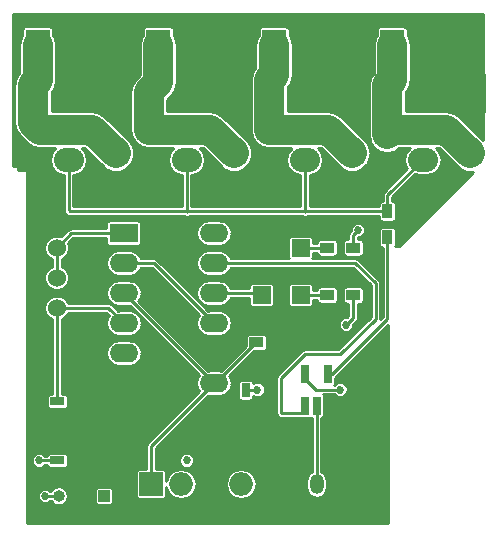
<source format=gbr>
G04 #@! TF.FileFunction,Copper,L1,Top,Signal*
%FSLAX46Y46*%
G04 Gerber Fmt 4.6, Leading zero omitted, Abs format (unit mm)*
G04 Created by KiCad (PCBNEW 4.0.6) date Mon Jun  5 21:20:38 2017*
%MOMM*%
%LPD*%
G01*
G04 APERTURE LIST*
%ADD10C,0.100000*%
%ADD11C,2.500000*%
%ADD12O,1.998980X1.998980*%
%ADD13R,1.998980X1.998980*%
%ADD14R,1.000000X1.000000*%
%ADD15O,1.000000X1.000000*%
%ADD16R,1.200000X0.750000*%
%ADD17R,0.750000X1.200000*%
%ADD18R,1.500000X1.500000*%
%ADD19R,1.200000X1.700000*%
%ADD20O,1.200000X1.700000*%
%ADD21O,2.540000X2.032000*%
%ADD22R,1.200000X0.900000*%
%ADD23C,1.524000*%
%ADD24R,0.900000X1.200000*%
%ADD25R,0.650000X1.560000*%
%ADD26R,2.400000X1.600000*%
%ADD27O,2.400000X1.600000*%
%ADD28R,2.000000X2.500000*%
%ADD29C,0.685800*%
%ADD30C,0.254000*%
%ADD31C,2.540000*%
G04 APERTURE END LIST*
D10*
D11*
X185000000Y-60000000D03*
X195000000Y-60000000D03*
X205000000Y-60000000D03*
X215000000Y-60000000D03*
D12*
X195620000Y-93000000D03*
D13*
X188000000Y-93000000D03*
D12*
X190540000Y-93000000D03*
X193080000Y-93000000D03*
D14*
X184000000Y-94000000D03*
D15*
X182730000Y-94000000D03*
X181460000Y-94000000D03*
X180190000Y-94000000D03*
D16*
X180050000Y-91000000D03*
X181950000Y-91000000D03*
X180050000Y-86000000D03*
X181950000Y-86000000D03*
D17*
X196000000Y-85050000D03*
X196000000Y-86950000D03*
D18*
X200650000Y-73000000D03*
X197350000Y-73000000D03*
X200650000Y-77000000D03*
X197350000Y-77000000D03*
D19*
X200000000Y-93000000D03*
D20*
X202000000Y-93000000D03*
D21*
X181000000Y-63000000D03*
X181000000Y-60460000D03*
X181000000Y-65540000D03*
X191000000Y-63000000D03*
X191000000Y-60460000D03*
X191000000Y-65540000D03*
X201000000Y-63000000D03*
X201000000Y-60460000D03*
X201000000Y-65540000D03*
X211000000Y-63000000D03*
X211000000Y-60460000D03*
X211000000Y-65540000D03*
D22*
X202900000Y-73000000D03*
X205100000Y-73000000D03*
D23*
X180000000Y-75540000D03*
X180000000Y-78080000D03*
X180000000Y-73000000D03*
D24*
X208000000Y-69900000D03*
X208000000Y-72100000D03*
D22*
X205100000Y-77000000D03*
X202900000Y-77000000D03*
X196900000Y-81000000D03*
X199100000Y-81000000D03*
D25*
X201050000Y-86350000D03*
X202000000Y-86350000D03*
X202950000Y-86350000D03*
X202950000Y-83650000D03*
X201050000Y-83650000D03*
D26*
X185674000Y-71755000D03*
D27*
X193294000Y-86995000D03*
X185674000Y-74295000D03*
X193294000Y-84455000D03*
X185674000Y-76835000D03*
X193294000Y-81915000D03*
X185674000Y-79375000D03*
X193294000Y-79375000D03*
X185674000Y-81915000D03*
X193294000Y-76835000D03*
X185674000Y-84455000D03*
X193294000Y-74295000D03*
X185674000Y-86995000D03*
X193294000Y-71755000D03*
D11*
X215000000Y-65000000D03*
X205000000Y-65000000D03*
X195000000Y-65000000D03*
X185000000Y-65000000D03*
D28*
X178400000Y-55800000D03*
X182400000Y-55800000D03*
X188600000Y-55800000D03*
X192600000Y-55800000D03*
X198400000Y-55800000D03*
X202400000Y-55800000D03*
X208400000Y-55800000D03*
X212400000Y-55800000D03*
D29*
X191000000Y-91000000D03*
X205500000Y-71500000D03*
X204500000Y-79500000D03*
X204000000Y-85000000D03*
X178500000Y-91000000D03*
X179000000Y-94000000D03*
X197000000Y-85000000D03*
D30*
X205100000Y-73000000D02*
X205100000Y-71900000D01*
X205100000Y-71900000D02*
X205500000Y-71500000D01*
X205100000Y-77000000D02*
X205100000Y-78900000D01*
X205100000Y-78900000D02*
X204500000Y-79500000D01*
X201050000Y-83650000D02*
X201050000Y-84105000D01*
X201050000Y-84105000D02*
X201945000Y-85000000D01*
X201945000Y-85000000D02*
X204000000Y-85000000D01*
X180050000Y-91000000D02*
X178500000Y-91000000D01*
X180190000Y-94000000D02*
X179000000Y-94000000D01*
X196000000Y-85050000D02*
X196950000Y-85050000D01*
X196950000Y-85050000D02*
X197000000Y-85000000D01*
X193539000Y-72000000D02*
X193294000Y-71755000D01*
X180000000Y-78080000D02*
X180000000Y-85950000D01*
X180000000Y-85950000D02*
X180050000Y-86000000D01*
X180000000Y-78080000D02*
X184379000Y-78080000D01*
X184379000Y-78080000D02*
X185674000Y-79375000D01*
X200650000Y-73000000D02*
X202900000Y-73000000D01*
X202900000Y-77000000D02*
X200650000Y-77000000D01*
X193294000Y-76835000D02*
X197185000Y-76835000D01*
X197185000Y-76835000D02*
X197350000Y-77000000D01*
X193459000Y-77000000D02*
X193294000Y-76835000D01*
X188000000Y-93000000D02*
X188000000Y-89749000D01*
X188000000Y-89749000D02*
X193294000Y-84455000D01*
X193294000Y-84455000D02*
X193445000Y-84455000D01*
X193445000Y-84455000D02*
X196900000Y-81000000D01*
X185674000Y-76835000D02*
X193294000Y-84455000D01*
X201000000Y-65540000D02*
X201000000Y-69900000D01*
X201000000Y-69900000D02*
X201000000Y-70000000D01*
X201000000Y-70000000D02*
X201000000Y-69900000D01*
X191000000Y-65540000D02*
X191000000Y-69900000D01*
X191000000Y-69900000D02*
X191000000Y-70000000D01*
X191000000Y-70000000D02*
X191000000Y-69900000D01*
X208000000Y-69900000D02*
X201000000Y-69900000D01*
X201000000Y-69900000D02*
X191000000Y-69900000D01*
X191000000Y-69900000D02*
X181100000Y-69900000D01*
X181000000Y-69800000D02*
X181000000Y-65540000D01*
X181100000Y-69900000D02*
X181000000Y-69800000D01*
X208000000Y-69900000D02*
X208000000Y-68540000D01*
X208000000Y-68540000D02*
X211000000Y-65540000D01*
X185674000Y-71755000D02*
X181245000Y-71755000D01*
X181245000Y-71755000D02*
X180000000Y-73000000D01*
X180000000Y-73000000D02*
X180000000Y-75540000D01*
X202950000Y-83650000D02*
X203350000Y-83650000D01*
X208000000Y-79000000D02*
X208000000Y-72100000D01*
X203350000Y-83650000D02*
X208000000Y-79000000D01*
X185674000Y-74295000D02*
X188214000Y-74295000D01*
X188214000Y-74295000D02*
X193294000Y-79375000D01*
X202000000Y-93000000D02*
X202000000Y-86350000D01*
X193294000Y-74295000D02*
X205295000Y-74295000D01*
X199000000Y-87000000D02*
X201000000Y-87000000D01*
X199000000Y-84000000D02*
X199000000Y-87000000D01*
X201000000Y-82000000D02*
X199000000Y-84000000D01*
X204000000Y-82000000D02*
X201000000Y-82000000D01*
X207000000Y-79000000D02*
X204000000Y-82000000D01*
X207000000Y-76000000D02*
X207000000Y-79000000D01*
X205295000Y-74295000D02*
X207000000Y-76000000D01*
X201000000Y-87000000D02*
X201050000Y-86350000D01*
D31*
X208400000Y-55800000D02*
X208400000Y-58800000D01*
X208400000Y-63000000D02*
X211000000Y-63000000D01*
X208000000Y-63400000D02*
X208400000Y-63000000D01*
X208000000Y-59200000D02*
X208000000Y-63400000D01*
X208400000Y-58800000D02*
X208000000Y-59200000D01*
X211000000Y-63000000D02*
X213000000Y-63000000D01*
X213000000Y-63000000D02*
X215000000Y-65000000D01*
X198400000Y-55800000D02*
X198400000Y-58400000D01*
X198000000Y-63000000D02*
X201000000Y-63000000D01*
X198000000Y-58800000D02*
X198000000Y-63000000D01*
X198400000Y-58400000D02*
X198000000Y-58800000D01*
X201000000Y-63000000D02*
X203000000Y-63000000D01*
X203000000Y-63000000D02*
X205000000Y-65000000D01*
X188600000Y-55800000D02*
X188600000Y-59000000D01*
X187800000Y-63000000D02*
X191000000Y-63000000D01*
X187800000Y-59800000D02*
X187800000Y-63000000D01*
X188600000Y-59000000D02*
X187800000Y-59800000D01*
X191000000Y-63000000D02*
X193000000Y-63000000D01*
X193000000Y-63000000D02*
X195000000Y-65000000D01*
X178400000Y-55800000D02*
X178400000Y-58800000D01*
X178600000Y-63000000D02*
X181000000Y-63000000D01*
X178000000Y-62400000D02*
X178600000Y-63000000D01*
X178000000Y-59200000D02*
X178000000Y-62400000D01*
X178400000Y-58800000D02*
X178000000Y-59200000D01*
X181000000Y-63000000D02*
X183000000Y-63000000D01*
X183000000Y-63000000D02*
X185000000Y-65000000D01*
D30*
X176329400Y-53227000D02*
X216073000Y-53227000D01*
X176329400Y-53430200D02*
X216073000Y-53430200D01*
X176329400Y-53633400D02*
X216073000Y-53633400D01*
X176329400Y-53836600D02*
X216073000Y-53836600D01*
X176329400Y-54039800D02*
X216073000Y-54039800D01*
X176329400Y-54243000D02*
X177379959Y-54243000D01*
X179418622Y-54243000D02*
X187579959Y-54243000D01*
X189618622Y-54243000D02*
X197379959Y-54243000D01*
X199418622Y-54243000D02*
X207379959Y-54243000D01*
X209418622Y-54243000D02*
X216073000Y-54243000D01*
X176329400Y-54446200D02*
X177110249Y-54446200D01*
X179691241Y-54446200D02*
X187310249Y-54446200D01*
X189891241Y-54446200D02*
X197110249Y-54446200D01*
X199691241Y-54446200D02*
X207110249Y-54446200D01*
X209691241Y-54446200D02*
X216073000Y-54446200D01*
X176329400Y-54649400D02*
X177089229Y-54649400D01*
X179710771Y-54649400D02*
X187289229Y-54649400D01*
X189910771Y-54649400D02*
X197089229Y-54649400D01*
X199710771Y-54649400D02*
X207089229Y-54649400D01*
X209710771Y-54649400D02*
X216073000Y-54649400D01*
X176329400Y-54852600D02*
X177089229Y-54852600D01*
X179710771Y-54852600D02*
X187289229Y-54852600D01*
X189910771Y-54852600D02*
X197089229Y-54852600D01*
X199710771Y-54852600D02*
X207089229Y-54852600D01*
X209710771Y-54852600D02*
X216073000Y-54852600D01*
X176329400Y-55055800D02*
X177039656Y-55055800D01*
X179760345Y-55055800D02*
X187239656Y-55055800D01*
X189960345Y-55055800D02*
X197039656Y-55055800D01*
X199760345Y-55055800D02*
X207039656Y-55055800D01*
X209760345Y-55055800D02*
X216073000Y-55055800D01*
X176329400Y-55259000D02*
X176932813Y-55259000D01*
X179867188Y-55259000D02*
X187132813Y-55259000D01*
X190067188Y-55259000D02*
X196932813Y-55259000D01*
X199867188Y-55259000D02*
X206932813Y-55259000D01*
X209867188Y-55259000D02*
X216073000Y-55259000D01*
X176329400Y-55462200D02*
X176892393Y-55462200D01*
X179907608Y-55462200D02*
X187092393Y-55462200D01*
X190107608Y-55462200D02*
X196892393Y-55462200D01*
X199907608Y-55462200D02*
X206892393Y-55462200D01*
X209907608Y-55462200D02*
X216073000Y-55462200D01*
X176329400Y-55665400D02*
X176851974Y-55665400D01*
X179948027Y-55665400D02*
X187051974Y-55665400D01*
X190148027Y-55665400D02*
X196851974Y-55665400D01*
X199948027Y-55665400D02*
X206851974Y-55665400D01*
X209948027Y-55665400D02*
X216073000Y-55665400D01*
X176329400Y-55868600D02*
X176825200Y-55868600D01*
X179974800Y-55868600D02*
X187025200Y-55868600D01*
X190174800Y-55868600D02*
X196825200Y-55868600D01*
X199974800Y-55868600D02*
X206825200Y-55868600D01*
X209974800Y-55868600D02*
X216073000Y-55868600D01*
X176329400Y-56071800D02*
X176825200Y-56071800D01*
X179974800Y-56071800D02*
X187025200Y-56071800D01*
X190174800Y-56071800D02*
X196825200Y-56071800D01*
X199974800Y-56071800D02*
X206825200Y-56071800D01*
X209974800Y-56071800D02*
X216073000Y-56071800D01*
X176329400Y-56275000D02*
X176825200Y-56275000D01*
X179974800Y-56275000D02*
X187025200Y-56275000D01*
X190174800Y-56275000D02*
X196825200Y-56275000D01*
X199974800Y-56275000D02*
X206825200Y-56275000D01*
X209974800Y-56275000D02*
X216073000Y-56275000D01*
X176329400Y-56478200D02*
X176825200Y-56478200D01*
X179974800Y-56478200D02*
X187025200Y-56478200D01*
X190174800Y-56478200D02*
X196825200Y-56478200D01*
X199974800Y-56478200D02*
X206825200Y-56478200D01*
X209974800Y-56478200D02*
X216073000Y-56478200D01*
X176329400Y-56681400D02*
X176825200Y-56681400D01*
X179974800Y-56681400D02*
X187025200Y-56681400D01*
X190174800Y-56681400D02*
X196825200Y-56681400D01*
X199974800Y-56681400D02*
X206825200Y-56681400D01*
X209974800Y-56681400D02*
X216073000Y-56681400D01*
X176329400Y-56884600D02*
X176825200Y-56884600D01*
X179974800Y-56884600D02*
X187025200Y-56884600D01*
X190174800Y-56884600D02*
X196825200Y-56884600D01*
X199974800Y-56884600D02*
X206825200Y-56884600D01*
X209974800Y-56884600D02*
X216073000Y-56884600D01*
X176329400Y-57087800D02*
X176825200Y-57087800D01*
X179974800Y-57087800D02*
X187025200Y-57087800D01*
X190174800Y-57087800D02*
X196825200Y-57087800D01*
X199974800Y-57087800D02*
X206825200Y-57087800D01*
X209974800Y-57087800D02*
X216073000Y-57087800D01*
X176329400Y-57291000D02*
X176825200Y-57291000D01*
X179974800Y-57291000D02*
X187025200Y-57291000D01*
X190174800Y-57291000D02*
X196825200Y-57291000D01*
X199974800Y-57291000D02*
X206825200Y-57291000D01*
X209974800Y-57291000D02*
X216073000Y-57291000D01*
X176329400Y-57494200D02*
X176825200Y-57494200D01*
X179974800Y-57494200D02*
X187025200Y-57494200D01*
X190174800Y-57494200D02*
X196825200Y-57494200D01*
X199974800Y-57494200D02*
X206825200Y-57494200D01*
X209974800Y-57494200D02*
X216073000Y-57494200D01*
X176329400Y-57697400D02*
X176825200Y-57697400D01*
X179974800Y-57697400D02*
X187025200Y-57697400D01*
X190174800Y-57697400D02*
X196825200Y-57697400D01*
X199974800Y-57697400D02*
X206825200Y-57697400D01*
X209974800Y-57697400D02*
X216073000Y-57697400D01*
X176329400Y-57900600D02*
X176825200Y-57900600D01*
X179974800Y-57900600D02*
X187025200Y-57900600D01*
X190174800Y-57900600D02*
X196743357Y-57900600D01*
X199974800Y-57900600D02*
X206825200Y-57900600D01*
X209974800Y-57900600D02*
X216073000Y-57900600D01*
X176329400Y-58103800D02*
X176825200Y-58103800D01*
X179974800Y-58103800D02*
X187025200Y-58103800D01*
X190174800Y-58103800D02*
X196607583Y-58103800D01*
X199974800Y-58103800D02*
X206825200Y-58103800D01*
X209974800Y-58103800D02*
X216073000Y-58103800D01*
X176329400Y-58307000D02*
X176739081Y-58307000D01*
X179974800Y-58307000D02*
X187025200Y-58307000D01*
X190174800Y-58307000D02*
X196523265Y-58307000D01*
X199974800Y-58307000D02*
X206739081Y-58307000D01*
X209974800Y-58307000D02*
X216136257Y-58307000D01*
X176329400Y-58510200D02*
X176603307Y-58510200D01*
X179974800Y-58510200D02*
X186862696Y-58510200D01*
X190174800Y-58510200D02*
X196482846Y-58510200D01*
X199952879Y-58510200D02*
X206603307Y-58510200D01*
X209974800Y-58510200D02*
X216170600Y-58510200D01*
X176329400Y-58713400D02*
X176521992Y-58713400D01*
X179974800Y-58713400D02*
X186668440Y-58713400D01*
X190174800Y-58713400D02*
X196442426Y-58713400D01*
X199912460Y-58713400D02*
X206521992Y-58713400D01*
X209974800Y-58713400D02*
X216170600Y-58713400D01*
X176329400Y-58916600D02*
X176481572Y-58916600D01*
X179951606Y-58916600D02*
X186532666Y-58916600D01*
X190174800Y-58916600D02*
X196425200Y-58916600D01*
X199872041Y-58916600D02*
X206481572Y-58916600D01*
X209951606Y-58916600D02*
X216170600Y-58916600D01*
X176329400Y-59119800D02*
X176441153Y-59119800D01*
X179911187Y-59119800D02*
X186396893Y-59119800D01*
X190150970Y-59119800D02*
X196425200Y-59119800D01*
X199776648Y-59119800D02*
X206441153Y-59119800D01*
X209911187Y-59119800D02*
X216170600Y-59119800D01*
X176329400Y-59323000D02*
X176425200Y-59323000D01*
X179870768Y-59323000D02*
X186320082Y-59323000D01*
X190110551Y-59323000D02*
X196425200Y-59323000D01*
X199640874Y-59323000D02*
X206425200Y-59323000D01*
X209870768Y-59323000D02*
X216170600Y-59323000D01*
X176329400Y-59526200D02*
X176425200Y-59526200D01*
X179772371Y-59526200D02*
X186279663Y-59526200D01*
X190070131Y-59526200D02*
X196425200Y-59526200D01*
X199574800Y-59526200D02*
X206425200Y-59526200D01*
X209772371Y-59526200D02*
X216170600Y-59526200D01*
X176329400Y-59729400D02*
X176425200Y-59729400D01*
X179636598Y-59729400D02*
X186239244Y-59729400D01*
X189970233Y-59729400D02*
X196425200Y-59729400D01*
X199574800Y-59729400D02*
X206425200Y-59729400D01*
X209636598Y-59729400D02*
X216170600Y-59729400D01*
X176329400Y-59932600D02*
X176425200Y-59932600D01*
X179574800Y-59932600D02*
X186225200Y-59932600D01*
X189834459Y-59932600D02*
X196425200Y-59932600D01*
X199574800Y-59932600D02*
X206425200Y-59932600D01*
X209574800Y-59932600D02*
X216170600Y-59932600D01*
X176329400Y-60135800D02*
X176425200Y-60135800D01*
X179574800Y-60135800D02*
X186225200Y-60135800D01*
X189691304Y-60135800D02*
X196425200Y-60135800D01*
X199574800Y-60135800D02*
X206425200Y-60135800D01*
X209574800Y-60135800D02*
X216170600Y-60135800D01*
X176329400Y-60339000D02*
X176425200Y-60339000D01*
X179574800Y-60339000D02*
X186225200Y-60339000D01*
X189488104Y-60339000D02*
X196425200Y-60339000D01*
X199574800Y-60339000D02*
X206425200Y-60339000D01*
X209574800Y-60339000D02*
X216170600Y-60339000D01*
X176329400Y-60542200D02*
X176425200Y-60542200D01*
X179574800Y-60542200D02*
X186225200Y-60542200D01*
X189374800Y-60542200D02*
X196425200Y-60542200D01*
X199574800Y-60542200D02*
X206425200Y-60542200D01*
X209574800Y-60542200D02*
X216170600Y-60542200D01*
X176329400Y-60745400D02*
X176425200Y-60745400D01*
X179574800Y-60745400D02*
X186225200Y-60745400D01*
X189374800Y-60745400D02*
X196425200Y-60745400D01*
X199574800Y-60745400D02*
X206425200Y-60745400D01*
X209574800Y-60745400D02*
X216170600Y-60745400D01*
X176329400Y-60948600D02*
X176425200Y-60948600D01*
X179574800Y-60948600D02*
X186225200Y-60948600D01*
X189374800Y-60948600D02*
X196425200Y-60948600D01*
X199574800Y-60948600D02*
X206425200Y-60948600D01*
X209574800Y-60948600D02*
X216170600Y-60948600D01*
X176329400Y-61151800D02*
X176425200Y-61151800D01*
X179574800Y-61151800D02*
X186225200Y-61151800D01*
X189374800Y-61151800D02*
X196425200Y-61151800D01*
X199574800Y-61151800D02*
X206425200Y-61151800D01*
X209574800Y-61151800D02*
X216170600Y-61151800D01*
X176329400Y-61355000D02*
X176425200Y-61355000D01*
X179574800Y-61355000D02*
X186225200Y-61355000D01*
X189374800Y-61355000D02*
X196425200Y-61355000D01*
X199574800Y-61355000D02*
X206425200Y-61355000D01*
X209574800Y-61355000D02*
X216170600Y-61355000D01*
X176329400Y-61558200D02*
X176425200Y-61558200D01*
X183622293Y-61558200D02*
X186225200Y-61558200D01*
X193622293Y-61558200D02*
X196425200Y-61558200D01*
X203622293Y-61558200D02*
X206425200Y-61558200D01*
X213622293Y-61558200D02*
X216080865Y-61558200D01*
X176329400Y-61761400D02*
X176425200Y-61761400D01*
X183926405Y-61761400D02*
X186225200Y-61761400D01*
X193926405Y-61761400D02*
X196425200Y-61761400D01*
X203926405Y-61761400D02*
X206425200Y-61761400D01*
X213926405Y-61761400D02*
X216073000Y-61761400D01*
X176329400Y-61964600D02*
X176425200Y-61964600D01*
X184191704Y-61964600D02*
X186225200Y-61964600D01*
X194191704Y-61964600D02*
X196425200Y-61964600D01*
X204191704Y-61964600D02*
X206425200Y-61964600D01*
X214191704Y-61964600D02*
X216073000Y-61964600D01*
X176329400Y-62167800D02*
X176425200Y-62167800D01*
X184394904Y-62167800D02*
X186225200Y-62167800D01*
X194394904Y-62167800D02*
X196425200Y-62167800D01*
X204394904Y-62167800D02*
X206425200Y-62167800D01*
X214394904Y-62167800D02*
X216073000Y-62167800D01*
X176329400Y-62371000D02*
X176425200Y-62371000D01*
X184598104Y-62371000D02*
X186225200Y-62371000D01*
X194598104Y-62371000D02*
X196425200Y-62371000D01*
X204598104Y-62371000D02*
X206425200Y-62371000D01*
X214598104Y-62371000D02*
X216073000Y-62371000D01*
X176329400Y-62574200D02*
X176459850Y-62574200D01*
X184801304Y-62574200D02*
X186225200Y-62574200D01*
X194801304Y-62574200D02*
X196425200Y-62574200D01*
X204801304Y-62574200D02*
X206425200Y-62574200D01*
X214801304Y-62574200D02*
X216073000Y-62574200D01*
X176329400Y-62777400D02*
X176500269Y-62777400D01*
X185004504Y-62777400D02*
X186225200Y-62777400D01*
X195004504Y-62777400D02*
X196425200Y-62777400D01*
X205004504Y-62777400D02*
X206425200Y-62777400D01*
X215004504Y-62777400D02*
X216073000Y-62777400D01*
X176329400Y-62980600D02*
X176540688Y-62980600D01*
X185207704Y-62980600D02*
X186225200Y-62980600D01*
X195207704Y-62980600D02*
X196425200Y-62980600D01*
X205207704Y-62980600D02*
X206425200Y-62980600D01*
X215207704Y-62980600D02*
X216073000Y-62980600D01*
X176329400Y-63183800D02*
X176666115Y-63183800D01*
X185410904Y-63183800D02*
X186261760Y-63183800D01*
X195410904Y-63183800D02*
X196461760Y-63183800D01*
X205410904Y-63183800D02*
X206425200Y-63183800D01*
X215410904Y-63183800D02*
X216073000Y-63183800D01*
X176329400Y-63387000D02*
X176801888Y-63387000D01*
X185614104Y-63387000D02*
X186302179Y-63387000D01*
X195614104Y-63387000D02*
X196502179Y-63387000D01*
X205614104Y-63387000D02*
X206425200Y-63387000D01*
X215614104Y-63387000D02*
X216073000Y-63387000D01*
X176329400Y-63590200D02*
X176963096Y-63590200D01*
X185817304Y-63590200D02*
X186342598Y-63590200D01*
X195817304Y-63590200D02*
X196542598Y-63590200D01*
X205817304Y-63590200D02*
X206463033Y-63590200D01*
X215817304Y-63590200D02*
X216073000Y-63590200D01*
X176329400Y-63793400D02*
X177166296Y-63793400D01*
X186020504Y-63793400D02*
X186472529Y-63793400D01*
X196020504Y-63793400D02*
X196672529Y-63793400D01*
X206020504Y-63793400D02*
X206503452Y-63793400D01*
X216020504Y-63793400D02*
X216073000Y-63793400D01*
X176329400Y-63996600D02*
X177369496Y-63996600D01*
X186195253Y-63996600D02*
X186608303Y-63996600D01*
X196195253Y-63996600D02*
X196808303Y-63996600D01*
X206195253Y-63996600D02*
X206543871Y-63996600D01*
X176329400Y-64199800D02*
X177615527Y-64199800D01*
X186351661Y-64199800D02*
X186815527Y-64199800D01*
X196351661Y-64199800D02*
X197015527Y-64199800D01*
X206351661Y-64199800D02*
X206676806Y-64199800D01*
X176329400Y-64403000D02*
X177919638Y-64403000D01*
X186456049Y-64403000D02*
X187119638Y-64403000D01*
X196456049Y-64403000D02*
X197319638Y-64403000D01*
X206456049Y-64403000D02*
X206812579Y-64403000D01*
X176329400Y-64606200D02*
X179826320Y-64606200D01*
X182173681Y-64606200D02*
X182379096Y-64606200D01*
X186519581Y-64606200D02*
X189826320Y-64606200D01*
X192173681Y-64606200D02*
X192379096Y-64606200D01*
X196519581Y-64606200D02*
X199826320Y-64606200D01*
X202173681Y-64606200D02*
X202379096Y-64606200D01*
X206519581Y-64606200D02*
X207025105Y-64606200D01*
X208974894Y-64606200D02*
X209826320Y-64606200D01*
X212173681Y-64606200D02*
X212379096Y-64606200D01*
X176329400Y-64809400D02*
X179675788Y-64809400D01*
X182324213Y-64809400D02*
X182582296Y-64809400D01*
X186554966Y-64809400D02*
X189675788Y-64809400D01*
X192324213Y-64809400D02*
X192582296Y-64809400D01*
X196554966Y-64809400D02*
X199675788Y-64809400D01*
X202324213Y-64809400D02*
X202582296Y-64809400D01*
X206554966Y-64809400D02*
X207329216Y-64809400D01*
X208670783Y-64809400D02*
X209675788Y-64809400D01*
X212324213Y-64809400D02*
X212582296Y-64809400D01*
X176329400Y-65012600D02*
X179540014Y-65012600D01*
X182459987Y-65012600D02*
X182785496Y-65012600D01*
X186572293Y-65012600D02*
X189540014Y-65012600D01*
X192459987Y-65012600D02*
X192785496Y-65012600D01*
X196572293Y-65012600D02*
X199540014Y-65012600D01*
X202459987Y-65012600D02*
X202785496Y-65012600D01*
X206572293Y-65012600D02*
X209540014Y-65012600D01*
X212459987Y-65012600D02*
X212785496Y-65012600D01*
X176329400Y-65215800D02*
X179484733Y-65215800D01*
X182515268Y-65215800D02*
X182988696Y-65215800D01*
X186554611Y-65215800D02*
X189484733Y-65215800D01*
X192515268Y-65215800D02*
X192988696Y-65215800D01*
X196554611Y-65215800D02*
X199484733Y-65215800D01*
X202515268Y-65215800D02*
X202988696Y-65215800D01*
X206554611Y-65215800D02*
X209484733Y-65215800D01*
X212515268Y-65215800D02*
X212988696Y-65215800D01*
X176329400Y-65419000D02*
X179444314Y-65419000D01*
X182555687Y-65419000D02*
X183191896Y-65419000D01*
X186509528Y-65419000D02*
X189444314Y-65419000D01*
X192555687Y-65419000D02*
X193191896Y-65419000D01*
X196509528Y-65419000D02*
X199444314Y-65419000D01*
X202555687Y-65419000D02*
X203191896Y-65419000D01*
X206509528Y-65419000D02*
X209444314Y-65419000D01*
X212555687Y-65419000D02*
X213191896Y-65419000D01*
X176329400Y-65622200D02*
X179436595Y-65622200D01*
X182563404Y-65622200D02*
X183395096Y-65622200D01*
X186441861Y-65622200D02*
X189436595Y-65622200D01*
X192563404Y-65622200D02*
X193395096Y-65622200D01*
X196441861Y-65622200D02*
X199436595Y-65622200D01*
X202563404Y-65622200D02*
X203395096Y-65622200D01*
X206441861Y-65622200D02*
X209436595Y-65622200D01*
X212563404Y-65622200D02*
X213395096Y-65622200D01*
X176329400Y-65825400D02*
X179477014Y-65825400D01*
X182522985Y-65825400D02*
X183598296Y-65825400D01*
X186340775Y-65825400D02*
X189477014Y-65825400D01*
X192522985Y-65825400D02*
X193598296Y-65825400D01*
X196340775Y-65825400D02*
X199477014Y-65825400D01*
X202522985Y-65825400D02*
X203598296Y-65825400D01*
X206340775Y-65825400D02*
X209477014Y-65825400D01*
X212522985Y-65825400D02*
X213598296Y-65825400D01*
X176329400Y-66028600D02*
X179517433Y-66028600D01*
X182482566Y-66028600D02*
X183801496Y-66028600D01*
X186170343Y-66028600D02*
X189517433Y-66028600D01*
X192482566Y-66028600D02*
X193801496Y-66028600D01*
X196170343Y-66028600D02*
X199517433Y-66028600D01*
X202482566Y-66028600D02*
X203801496Y-66028600D01*
X206170343Y-66028600D02*
X209517433Y-66028600D01*
X212482566Y-66028600D02*
X213801496Y-66028600D01*
X176727000Y-66231800D02*
X179649862Y-66231800D01*
X182350137Y-66231800D02*
X184032749Y-66231800D01*
X185966788Y-66231800D02*
X189649862Y-66231800D01*
X192350137Y-66231800D02*
X194032749Y-66231800D01*
X195966788Y-66231800D02*
X199649862Y-66231800D01*
X202350137Y-66231800D02*
X204032749Y-66231800D01*
X205966788Y-66231800D02*
X209649863Y-66231800D01*
X212350137Y-66231800D02*
X214032749Y-66231800D01*
X177506342Y-66435000D02*
X179785636Y-66435000D01*
X182214363Y-66435000D02*
X184367529Y-66435000D01*
X185632468Y-66435000D02*
X189785636Y-66435000D01*
X192214363Y-66435000D02*
X194367529Y-66435000D01*
X195632468Y-66435000D02*
X199785636Y-66435000D01*
X202214363Y-66435000D02*
X204367529Y-66435000D01*
X205632468Y-66435000D02*
X209530264Y-66435000D01*
X212214363Y-66435000D02*
X214367529Y-66435000D01*
X177527000Y-66638200D02*
X180072360Y-66638200D01*
X181927639Y-66638200D02*
X190072360Y-66638200D01*
X191927639Y-66638200D02*
X200072360Y-66638200D01*
X201927639Y-66638200D02*
X209327064Y-66638200D01*
X211927639Y-66638200D02*
X215182194Y-66638200D01*
X177527000Y-66841400D02*
X180593600Y-66841400D01*
X181406400Y-66841400D02*
X190593600Y-66841400D01*
X191406400Y-66841400D02*
X200593600Y-66841400D01*
X201406400Y-66841400D02*
X209123864Y-66841400D01*
X210273336Y-66841400D02*
X214978994Y-66841400D01*
X177527000Y-67044600D02*
X180593600Y-67044600D01*
X181406400Y-67044600D02*
X190593600Y-67044600D01*
X191406400Y-67044600D02*
X200593600Y-67044600D01*
X201406400Y-67044600D02*
X208920664Y-67044600D01*
X210070136Y-67044600D02*
X214775794Y-67044600D01*
X177527000Y-67247800D02*
X180593600Y-67247800D01*
X181406400Y-67247800D02*
X190593600Y-67247800D01*
X191406400Y-67247800D02*
X200593600Y-67247800D01*
X201406400Y-67247800D02*
X208717464Y-67247800D01*
X209866936Y-67247800D02*
X214572594Y-67247800D01*
X177527000Y-67451000D02*
X180593600Y-67451000D01*
X181406400Y-67451000D02*
X190593600Y-67451000D01*
X191406400Y-67451000D02*
X200593600Y-67451000D01*
X201406400Y-67451000D02*
X208514264Y-67451000D01*
X209663736Y-67451000D02*
X214369394Y-67451000D01*
X177527000Y-67654200D02*
X180593600Y-67654200D01*
X181406400Y-67654200D02*
X190593600Y-67654200D01*
X191406400Y-67654200D02*
X200593600Y-67654200D01*
X201406400Y-67654200D02*
X208311064Y-67654200D01*
X209460536Y-67654200D02*
X214166194Y-67654200D01*
X177527000Y-67857400D02*
X180593600Y-67857400D01*
X181406400Y-67857400D02*
X190593600Y-67857400D01*
X191406400Y-67857400D02*
X200593600Y-67857400D01*
X201406400Y-67857400D02*
X208107864Y-67857400D01*
X209257336Y-67857400D02*
X213962994Y-67857400D01*
X177527000Y-68060600D02*
X180593600Y-68060600D01*
X181406400Y-68060600D02*
X190593600Y-68060600D01*
X191406400Y-68060600D02*
X200593600Y-68060600D01*
X201406400Y-68060600D02*
X207904664Y-68060600D01*
X209054136Y-68060600D02*
X213759794Y-68060600D01*
X177527000Y-68263800D02*
X180593600Y-68263800D01*
X181406400Y-68263800D02*
X190593600Y-68263800D01*
X191406400Y-68263800D02*
X200593600Y-68263800D01*
X201406400Y-68263800D02*
X207705170Y-68263800D01*
X208850936Y-68263800D02*
X213556594Y-68263800D01*
X177527000Y-68467000D02*
X180593600Y-68467000D01*
X181406400Y-68467000D02*
X190593600Y-68467000D01*
X191406400Y-68467000D02*
X200593600Y-68467000D01*
X201406400Y-68467000D02*
X207608121Y-68467000D01*
X208647736Y-68467000D02*
X213353394Y-68467000D01*
X177527000Y-68670200D02*
X180593600Y-68670200D01*
X181406400Y-68670200D02*
X190593600Y-68670200D01*
X191406400Y-68670200D02*
X200593600Y-68670200D01*
X201406400Y-68670200D02*
X207593600Y-68670200D01*
X208444536Y-68670200D02*
X213150194Y-68670200D01*
X177527000Y-68873400D02*
X180593600Y-68873400D01*
X181406400Y-68873400D02*
X190593600Y-68873400D01*
X191406400Y-68873400D02*
X200593600Y-68873400D01*
X201406400Y-68873400D02*
X207593600Y-68873400D01*
X208406400Y-68873400D02*
X212946994Y-68873400D01*
X177527000Y-69076600D02*
X180593600Y-69076600D01*
X181406400Y-69076600D02*
X190593600Y-69076600D01*
X191406400Y-69076600D02*
X200593600Y-69076600D01*
X201406400Y-69076600D02*
X207381206Y-69076600D01*
X208617953Y-69076600D02*
X212743794Y-69076600D01*
X177527000Y-69279800D02*
X180593600Y-69279800D01*
X181406400Y-69279800D02*
X190593600Y-69279800D01*
X191406400Y-69279800D02*
X200593600Y-69279800D01*
X201406400Y-69279800D02*
X207269218Y-69279800D01*
X208731073Y-69279800D02*
X212540594Y-69279800D01*
X177527000Y-69483000D02*
X180593600Y-69483000D01*
X181406400Y-69483000D02*
X190593600Y-69483000D01*
X191406400Y-69483000D02*
X200593600Y-69483000D01*
X201406400Y-69483000D02*
X207265127Y-69483000D01*
X208734873Y-69483000D02*
X212337394Y-69483000D01*
X177527000Y-69686200D02*
X180593600Y-69686200D01*
X208734873Y-69686200D02*
X212134194Y-69686200D01*
X177527000Y-69889400D02*
X180611382Y-69889400D01*
X208734873Y-69889400D02*
X211930994Y-69889400D01*
X177527000Y-70092600D02*
X180717864Y-70092600D01*
X208734873Y-70092600D02*
X211727794Y-70092600D01*
X177527000Y-70295800D02*
X181046709Y-70295800D01*
X208734873Y-70295800D02*
X211524594Y-70295800D01*
X177527000Y-70499000D02*
X207265127Y-70499000D01*
X208734873Y-70499000D02*
X211321394Y-70499000D01*
X177527000Y-70702200D02*
X184350895Y-70702200D01*
X186998925Y-70702200D02*
X192731290Y-70702200D01*
X193856711Y-70702200D02*
X207351020Y-70702200D01*
X208649999Y-70702200D02*
X211118194Y-70702200D01*
X177527000Y-70905400D02*
X184199172Y-70905400D01*
X187149541Y-70905400D02*
X192230997Y-70905400D01*
X194357004Y-70905400D02*
X205309460Y-70905400D01*
X205690776Y-70905400D02*
X210914994Y-70905400D01*
X177527000Y-71108600D02*
X184189127Y-71108600D01*
X187158873Y-71108600D02*
X192023689Y-71108600D01*
X194564312Y-71108600D02*
X205011250Y-71108600D01*
X205988581Y-71108600D02*
X210711794Y-71108600D01*
X177527000Y-71311800D02*
X184189127Y-71311800D01*
X187158873Y-71311800D02*
X191887915Y-71311800D01*
X194700086Y-71311800D02*
X204904331Y-71311800D01*
X206095568Y-71311800D02*
X207340435Y-71311800D01*
X208660914Y-71311800D02*
X210508594Y-71311800D01*
X177527000Y-71515000D02*
X180910264Y-71515000D01*
X187158873Y-71515000D02*
X191833356Y-71515000D01*
X194754645Y-71515000D02*
X204877687Y-71515000D01*
X206122287Y-71515000D02*
X207265127Y-71515000D01*
X208734873Y-71515000D02*
X210305394Y-71515000D01*
X177527000Y-71718200D02*
X180707064Y-71718200D01*
X187158873Y-71718200D02*
X191792937Y-71718200D01*
X194795064Y-71718200D02*
X204742093Y-71718200D01*
X206083212Y-71718200D02*
X207265127Y-71718200D01*
X208734873Y-71718200D02*
X210102194Y-71718200D01*
X177527000Y-71921400D02*
X180503864Y-71921400D01*
X187158873Y-71921400D02*
X191818715Y-71921400D01*
X194769284Y-71921400D02*
X204693600Y-71921400D01*
X205958698Y-71921400D02*
X207265127Y-71921400D01*
X208734873Y-71921400D02*
X209898994Y-71921400D01*
X177527000Y-72124600D02*
X179402881Y-72124600D01*
X187158873Y-72124600D02*
X191859134Y-72124600D01*
X194728865Y-72124600D02*
X199647525Y-72124600D01*
X201651324Y-72124600D02*
X204693600Y-72124600D01*
X205506400Y-72124600D02*
X207265127Y-72124600D01*
X208734873Y-72124600D02*
X209695794Y-72124600D01*
X177527000Y-72327800D02*
X179199326Y-72327800D01*
X181246936Y-72327800D02*
X184189127Y-72327800D01*
X187158873Y-72327800D02*
X191974510Y-72327800D01*
X194613489Y-72327800D02*
X199615127Y-72327800D01*
X201684873Y-72327800D02*
X202129341Y-72327800D01*
X203669710Y-72327800D02*
X204329341Y-72327800D01*
X205869710Y-72327800D02*
X207265127Y-72327800D01*
X208734873Y-72327800D02*
X209492594Y-72327800D01*
X177527000Y-72531000D02*
X179067135Y-72531000D01*
X181043736Y-72531000D02*
X184189127Y-72531000D01*
X187158873Y-72531000D02*
X192120846Y-72531000D01*
X194467153Y-72531000D02*
X199615127Y-72531000D01*
X201684873Y-72531000D02*
X202018975Y-72531000D01*
X203781298Y-72531000D02*
X204218975Y-72531000D01*
X205981298Y-72531000D02*
X207265127Y-72531000D01*
X208734873Y-72531000D02*
X209289394Y-72531000D01*
X177527000Y-72734200D02*
X178982759Y-72734200D01*
X181016970Y-72734200D02*
X184257295Y-72734200D01*
X187089715Y-72734200D02*
X192424956Y-72734200D01*
X194163043Y-72734200D02*
X199615127Y-72734200D01*
X203784873Y-72734200D02*
X204215127Y-72734200D01*
X205984873Y-72734200D02*
X207271562Y-72734200D01*
X208727947Y-72734200D02*
X209086194Y-72734200D01*
X177527000Y-72937400D02*
X178958655Y-72937400D01*
X181041454Y-72937400D02*
X199615127Y-72937400D01*
X203784873Y-72937400D02*
X204215127Y-72937400D01*
X205984873Y-72937400D02*
X207402536Y-72937400D01*
X177527000Y-73140600D02*
X178958478Y-73140600D01*
X181041277Y-73140600D02*
X199615127Y-73140600D01*
X203784873Y-73140600D02*
X204215127Y-73140600D01*
X205984873Y-73140600D02*
X207593600Y-73140600D01*
X177527000Y-73343800D02*
X179015259Y-73343800D01*
X180984853Y-73343800D02*
X184763052Y-73343800D01*
X186584949Y-73343800D02*
X192383052Y-73343800D01*
X194204949Y-73343800D02*
X199615127Y-73343800D01*
X203784873Y-73343800D02*
X204215127Y-73343800D01*
X205984873Y-73343800D02*
X207593600Y-73343800D01*
X177527000Y-73547000D02*
X179099219Y-73547000D01*
X180900476Y-73547000D02*
X184471576Y-73547000D01*
X186876425Y-73547000D02*
X192091576Y-73547000D01*
X194496425Y-73547000D02*
X199615127Y-73547000D01*
X201684873Y-73547000D02*
X202033378Y-73547000D01*
X203765230Y-73547000D02*
X204233378Y-73547000D01*
X205965230Y-73547000D02*
X207593600Y-73547000D01*
X177527000Y-73750200D02*
X179277413Y-73750200D01*
X180722538Y-73750200D02*
X184335802Y-73750200D01*
X187012199Y-73750200D02*
X191955802Y-73750200D01*
X194632199Y-73750200D02*
X199615164Y-73750200D01*
X201684832Y-73750200D02*
X207593600Y-73750200D01*
X177527000Y-73953400D02*
X179580453Y-73953400D01*
X180419650Y-73953400D02*
X184233566Y-73953400D01*
X188420205Y-73953400D02*
X191853566Y-73953400D01*
X205501205Y-73953400D02*
X207593600Y-73953400D01*
X177527000Y-74156600D02*
X179593600Y-74156600D01*
X180406400Y-74156600D02*
X184193147Y-74156600D01*
X188650336Y-74156600D02*
X191813147Y-74156600D01*
X205731336Y-74156600D02*
X207593600Y-74156600D01*
X177527000Y-74359800D02*
X179593600Y-74359800D01*
X180406400Y-74359800D02*
X184178506Y-74359800D01*
X188853536Y-74359800D02*
X191798506Y-74359800D01*
X205934536Y-74359800D02*
X207593600Y-74359800D01*
X177527000Y-74563000D02*
X179593600Y-74563000D01*
X180406400Y-74563000D02*
X184218925Y-74563000D01*
X189056736Y-74563000D02*
X191838925Y-74563000D01*
X206137736Y-74563000D02*
X207593600Y-74563000D01*
X177527000Y-74766200D02*
X179301103Y-74766200D01*
X180699028Y-74766200D02*
X184286623Y-74766200D01*
X187061376Y-74766200D02*
X188110464Y-74766200D01*
X189259936Y-74766200D02*
X191906623Y-74766200D01*
X194681376Y-74766200D02*
X205191464Y-74766200D01*
X206340936Y-74766200D02*
X207593600Y-74766200D01*
X177527000Y-74969400D02*
X179109323Y-74969400D01*
X180891030Y-74969400D02*
X184422397Y-74969400D01*
X186925602Y-74969400D02*
X188313664Y-74969400D01*
X189463136Y-74969400D02*
X192042397Y-74969400D01*
X194545602Y-74969400D02*
X205394664Y-74969400D01*
X206544136Y-74969400D02*
X207593600Y-74969400D01*
X177527000Y-75172600D02*
X179024947Y-75172600D01*
X180974990Y-75172600D02*
X184652901Y-75172600D01*
X186695098Y-75172600D02*
X188516864Y-75172600D01*
X189666336Y-75172600D02*
X192272901Y-75172600D01*
X194315098Y-75172600D02*
X205597864Y-75172600D01*
X206747336Y-75172600D02*
X207593600Y-75172600D01*
X177527000Y-75375800D02*
X178958743Y-75375800D01*
X181041543Y-75375800D02*
X188720064Y-75375800D01*
X189869536Y-75375800D02*
X205801064Y-75375800D01*
X206950536Y-75375800D02*
X207593600Y-75375800D01*
X177527000Y-75579000D02*
X178958566Y-75579000D01*
X181041366Y-75579000D02*
X188923264Y-75579000D01*
X190072736Y-75579000D02*
X206004264Y-75579000D01*
X207153736Y-75579000D02*
X207593600Y-75579000D01*
X177527000Y-75782200D02*
X178973279Y-75782200D01*
X181027041Y-75782200D02*
X185111290Y-75782200D01*
X186236711Y-75782200D02*
X189126464Y-75782200D01*
X190275936Y-75782200D02*
X192731290Y-75782200D01*
X193856711Y-75782200D02*
X206207464Y-75782200D01*
X207333853Y-75782200D02*
X207593600Y-75782200D01*
X177527000Y-75985400D02*
X179057239Y-75985400D01*
X180942664Y-75985400D02*
X184610997Y-75985400D01*
X186737004Y-75985400D02*
X189329664Y-75985400D01*
X190479136Y-75985400D02*
X192230997Y-75985400D01*
X194357004Y-75985400D02*
X196495232Y-75985400D01*
X198200112Y-75985400D02*
X199795232Y-75985400D01*
X201500112Y-75985400D02*
X206410664Y-75985400D01*
X207403496Y-75985400D02*
X207593600Y-75985400D01*
X177527000Y-76188600D02*
X179175990Y-76188600D01*
X180824315Y-76188600D02*
X184403689Y-76188600D01*
X186944312Y-76188600D02*
X189532864Y-76188600D01*
X190682336Y-76188600D02*
X192023689Y-76188600D01*
X194564312Y-76188600D02*
X196327561Y-76188600D01*
X198373320Y-76188600D02*
X199627561Y-76188600D01*
X201673320Y-76188600D02*
X206593600Y-76188600D01*
X207406400Y-76188600D02*
X207593600Y-76188600D01*
X177527000Y-76391800D02*
X179378836Y-76391800D01*
X180620761Y-76391800D02*
X184267915Y-76391800D01*
X187080086Y-76391800D02*
X189736064Y-76391800D01*
X190885536Y-76391800D02*
X191887915Y-76391800D01*
X194700086Y-76391800D02*
X196315127Y-76391800D01*
X198384873Y-76391800D02*
X199615127Y-76391800D01*
X201684873Y-76391800D02*
X202069937Y-76391800D01*
X203730218Y-76391800D02*
X204269937Y-76391800D01*
X205930218Y-76391800D02*
X206593600Y-76391800D01*
X207406400Y-76391800D02*
X207593600Y-76391800D01*
X177527000Y-76595000D02*
X184213356Y-76595000D01*
X187134645Y-76595000D02*
X189939264Y-76595000D01*
X191088736Y-76595000D02*
X191833356Y-76595000D01*
X198384873Y-76595000D02*
X199615127Y-76595000D01*
X203784873Y-76595000D02*
X204215127Y-76595000D01*
X205984873Y-76595000D02*
X206593600Y-76595000D01*
X207406400Y-76595000D02*
X207593600Y-76595000D01*
X177527000Y-76798200D02*
X184172937Y-76798200D01*
X187175064Y-76798200D02*
X190142464Y-76798200D01*
X191291936Y-76798200D02*
X191792937Y-76798200D01*
X198384873Y-76798200D02*
X199615127Y-76798200D01*
X203784873Y-76798200D02*
X204215127Y-76798200D01*
X205984873Y-76798200D02*
X206593600Y-76798200D01*
X207406400Y-76798200D02*
X207593600Y-76798200D01*
X177527000Y-77001400D02*
X184198715Y-77001400D01*
X187149284Y-77001400D02*
X190345664Y-77001400D01*
X191495136Y-77001400D02*
X191818715Y-77001400D01*
X198384873Y-77001400D02*
X199615127Y-77001400D01*
X203784873Y-77001400D02*
X204215127Y-77001400D01*
X205984873Y-77001400D02*
X206593600Y-77001400D01*
X207406400Y-77001400D02*
X207593600Y-77001400D01*
X177527000Y-77204600D02*
X179402881Y-77204600D01*
X180597605Y-77204600D02*
X184239134Y-77204600D01*
X187108865Y-77204600D02*
X190548864Y-77204600D01*
X191698336Y-77204600D02*
X191859134Y-77204600D01*
X198384873Y-77204600D02*
X199615127Y-77204600D01*
X203784873Y-77204600D02*
X204215127Y-77204600D01*
X205984873Y-77204600D02*
X206593600Y-77204600D01*
X207406400Y-77204600D02*
X207593600Y-77204600D01*
X177527000Y-77407800D02*
X179199326Y-77407800D01*
X180800451Y-77407800D02*
X184354510Y-77407800D01*
X186993488Y-77407800D02*
X190752064Y-77407800D01*
X191901536Y-77407800D02*
X191974510Y-77407800D01*
X194613489Y-77407800D02*
X196315127Y-77407800D01*
X198384873Y-77407800D02*
X199615127Y-77407800D01*
X201684873Y-77407800D02*
X202015127Y-77407800D01*
X203784873Y-77407800D02*
X204215127Y-77407800D01*
X205984873Y-77407800D02*
X206593600Y-77407800D01*
X207406400Y-77407800D02*
X207593600Y-77407800D01*
X177527000Y-77611000D02*
X179067135Y-77611000D01*
X180933010Y-77611000D02*
X184500846Y-77611000D01*
X187024736Y-77611000D02*
X190955264Y-77611000D01*
X192104736Y-77611000D02*
X192120846Y-77611000D01*
X194467153Y-77611000D02*
X196315127Y-77611000D01*
X198384873Y-77611000D02*
X199615127Y-77611000D01*
X201684873Y-77611000D02*
X202071584Y-77611000D01*
X203728150Y-77611000D02*
X204271584Y-77611000D01*
X205928150Y-77611000D02*
X206593600Y-77611000D01*
X207406400Y-77611000D02*
X207593600Y-77611000D01*
X177527000Y-77814200D02*
X178982759Y-77814200D01*
X184687937Y-77814200D02*
X184804956Y-77814200D01*
X187227936Y-77814200D02*
X191158464Y-77814200D01*
X192307936Y-77814200D02*
X192424956Y-77814200D01*
X194163043Y-77814200D02*
X196327206Y-77814200D01*
X198371872Y-77814200D02*
X199627206Y-77814200D01*
X201671872Y-77814200D02*
X204693600Y-77814200D01*
X205506400Y-77814200D02*
X206593600Y-77814200D01*
X207406400Y-77814200D02*
X207593600Y-77814200D01*
X177527000Y-78017400D02*
X178958655Y-78017400D01*
X184891137Y-78017400D02*
X186281664Y-78017400D01*
X187431136Y-78017400D02*
X191361664Y-78017400D01*
X192511136Y-78017400D02*
X196513715Y-78017400D01*
X198192861Y-78017400D02*
X199813715Y-78017400D01*
X201492861Y-78017400D02*
X204693600Y-78017400D01*
X205506400Y-78017400D02*
X206593600Y-78017400D01*
X207406400Y-78017400D02*
X207593600Y-78017400D01*
X177527000Y-78220600D02*
X178958478Y-78220600D01*
X185094337Y-78220600D02*
X186484864Y-78220600D01*
X187634336Y-78220600D02*
X191564864Y-78220600D01*
X192714336Y-78220600D02*
X204693600Y-78220600D01*
X205506400Y-78220600D02*
X206593600Y-78220600D01*
X207406400Y-78220600D02*
X207593600Y-78220600D01*
X177527000Y-78423800D02*
X179015259Y-78423800D01*
X186584949Y-78423800D02*
X186688064Y-78423800D01*
X187837536Y-78423800D02*
X191768064Y-78423800D01*
X194204949Y-78423800D02*
X204693600Y-78423800D01*
X205506400Y-78423800D02*
X206593600Y-78423800D01*
X207406400Y-78423800D02*
X207593600Y-78423800D01*
X177527000Y-78627000D02*
X179099219Y-78627000D01*
X180900476Y-78627000D02*
X184351263Y-78627000D01*
X186876425Y-78627000D02*
X186891264Y-78627000D01*
X188040736Y-78627000D02*
X191971264Y-78627000D01*
X194496425Y-78627000D02*
X204693600Y-78627000D01*
X205506400Y-78627000D02*
X206593600Y-78627000D01*
X207406400Y-78627000D02*
X207593600Y-78627000D01*
X177527000Y-78830200D02*
X179277413Y-78830200D01*
X180722538Y-78830200D02*
X184335802Y-78830200D01*
X187012199Y-78830200D02*
X187094464Y-78830200D01*
X188243936Y-78830200D02*
X191955802Y-78830200D01*
X194632199Y-78830200D02*
X204595064Y-78830200D01*
X205506400Y-78830200D02*
X206593600Y-78830200D01*
X207406400Y-78830200D02*
X207593600Y-78830200D01*
X177527000Y-79033400D02*
X179580453Y-79033400D01*
X180419650Y-79033400D02*
X184233566Y-79033400D01*
X187114435Y-79033400D02*
X187297664Y-79033400D01*
X188447136Y-79033400D02*
X191853566Y-79033400D01*
X194734435Y-79033400D02*
X204086581Y-79033400D01*
X205479865Y-79033400D02*
X206391864Y-79033400D01*
X177527000Y-79236600D02*
X179593600Y-79236600D01*
X180406400Y-79236600D02*
X184193147Y-79236600D01*
X187154854Y-79236600D02*
X187500864Y-79236600D01*
X188650336Y-79236600D02*
X191813147Y-79236600D01*
X194774854Y-79236600D02*
X203935557Y-79236600D01*
X205338136Y-79236600D02*
X206188664Y-79236600D01*
X177527000Y-79439800D02*
X179593600Y-79439800D01*
X180406400Y-79439800D02*
X184178506Y-79439800D01*
X187169493Y-79439800D02*
X187704064Y-79439800D01*
X188853536Y-79439800D02*
X191798506Y-79439800D01*
X194789493Y-79439800D02*
X203877753Y-79439800D01*
X205134936Y-79439800D02*
X205985464Y-79439800D01*
X177527000Y-79643000D02*
X179593600Y-79643000D01*
X180406400Y-79643000D02*
X184218925Y-79643000D01*
X187129074Y-79643000D02*
X187907264Y-79643000D01*
X189056736Y-79643000D02*
X191838925Y-79643000D01*
X194749074Y-79643000D02*
X203885756Y-79643000D01*
X205114437Y-79643000D02*
X205782264Y-79643000D01*
X207931736Y-79643000D02*
X208073000Y-79643000D01*
X177527000Y-79846200D02*
X179593600Y-79846200D01*
X180406400Y-79846200D02*
X184286623Y-79846200D01*
X187061376Y-79846200D02*
X188110464Y-79846200D01*
X189259936Y-79846200D02*
X191906623Y-79846200D01*
X194681376Y-79846200D02*
X203969717Y-79846200D01*
X205030062Y-79846200D02*
X205579064Y-79846200D01*
X207728536Y-79846200D02*
X208073000Y-79846200D01*
X177527000Y-80049400D02*
X179593600Y-80049400D01*
X180406400Y-80049400D02*
X184422397Y-80049400D01*
X186925602Y-80049400D02*
X188313664Y-80049400D01*
X189463136Y-80049400D02*
X192042397Y-80049400D01*
X194545602Y-80049400D02*
X204200371Y-80049400D01*
X204799932Y-80049400D02*
X205375864Y-80049400D01*
X207525336Y-80049400D02*
X208073000Y-80049400D01*
X177527000Y-80252600D02*
X179593600Y-80252600D01*
X180406400Y-80252600D02*
X184652901Y-80252600D01*
X186695098Y-80252600D02*
X188516864Y-80252600D01*
X189666336Y-80252600D02*
X192272901Y-80252600D01*
X194315098Y-80252600D02*
X205172664Y-80252600D01*
X207322136Y-80252600D02*
X208073000Y-80252600D01*
X177527000Y-80455800D02*
X179593600Y-80455800D01*
X180406400Y-80455800D02*
X188720064Y-80455800D01*
X189869536Y-80455800D02*
X196034203Y-80455800D01*
X197767149Y-80455800D02*
X204969464Y-80455800D01*
X207118936Y-80455800D02*
X208073000Y-80455800D01*
X177527000Y-80659000D02*
X179593600Y-80659000D01*
X180406400Y-80659000D02*
X188923264Y-80659000D01*
X190072736Y-80659000D02*
X196015127Y-80659000D01*
X197784873Y-80659000D02*
X204766264Y-80659000D01*
X206915736Y-80659000D02*
X208073000Y-80659000D01*
X177527000Y-80862200D02*
X179593600Y-80862200D01*
X180406400Y-80862200D02*
X185111290Y-80862200D01*
X186236711Y-80862200D02*
X189126464Y-80862200D01*
X190275936Y-80862200D02*
X196015127Y-80862200D01*
X197784873Y-80862200D02*
X204563064Y-80862200D01*
X206712536Y-80862200D02*
X208073000Y-80862200D01*
X177527000Y-81065400D02*
X179593600Y-81065400D01*
X180406400Y-81065400D02*
X184610997Y-81065400D01*
X186737004Y-81065400D02*
X189329664Y-81065400D01*
X190479136Y-81065400D02*
X196015127Y-81065400D01*
X197784873Y-81065400D02*
X204359864Y-81065400D01*
X206509336Y-81065400D02*
X208073000Y-81065400D01*
X177527000Y-81268600D02*
X179593600Y-81268600D01*
X180406400Y-81268600D02*
X184403689Y-81268600D01*
X186944312Y-81268600D02*
X189532864Y-81268600D01*
X190682336Y-81268600D02*
X196015127Y-81268600D01*
X197784873Y-81268600D02*
X204156664Y-81268600D01*
X206306136Y-81268600D02*
X208073000Y-81268600D01*
X177527000Y-81471800D02*
X179593600Y-81471800D01*
X180406400Y-81471800D02*
X184267915Y-81471800D01*
X187080086Y-81471800D02*
X189736064Y-81471800D01*
X190885536Y-81471800D02*
X195853464Y-81471800D01*
X197780458Y-81471800D02*
X203953464Y-81471800D01*
X206102936Y-81471800D02*
X208073000Y-81471800D01*
X177527000Y-81675000D02*
X179593600Y-81675000D01*
X180406400Y-81675000D02*
X184213356Y-81675000D01*
X187134645Y-81675000D02*
X189939264Y-81675000D01*
X191088736Y-81675000D02*
X195650264Y-81675000D01*
X197666308Y-81675000D02*
X200768952Y-81675000D01*
X205899736Y-81675000D02*
X208073000Y-81675000D01*
X177527000Y-81878200D02*
X179593600Y-81878200D01*
X180406400Y-81878200D02*
X184172937Y-81878200D01*
X187175064Y-81878200D02*
X190142464Y-81878200D01*
X191291936Y-81878200D02*
X195447064Y-81878200D01*
X196596536Y-81878200D02*
X200547064Y-81878200D01*
X205696536Y-81878200D02*
X208073000Y-81878200D01*
X177527000Y-82081400D02*
X179593600Y-82081400D01*
X180406400Y-82081400D02*
X184198715Y-82081400D01*
X187149284Y-82081400D02*
X190345664Y-82081400D01*
X191495136Y-82081400D02*
X195243864Y-82081400D01*
X196393336Y-82081400D02*
X200343864Y-82081400D01*
X205493336Y-82081400D02*
X208073000Y-82081400D01*
X177527000Y-82284600D02*
X179593600Y-82284600D01*
X180406400Y-82284600D02*
X184239134Y-82284600D01*
X187108865Y-82284600D02*
X190548864Y-82284600D01*
X191698336Y-82284600D02*
X195040664Y-82284600D01*
X196190136Y-82284600D02*
X200140664Y-82284600D01*
X205290136Y-82284600D02*
X208073000Y-82284600D01*
X177527000Y-82487800D02*
X179593600Y-82487800D01*
X180406400Y-82487800D02*
X184354510Y-82487800D01*
X186993489Y-82487800D02*
X190752064Y-82487800D01*
X191901536Y-82487800D02*
X194837464Y-82487800D01*
X195986936Y-82487800D02*
X199937464Y-82487800D01*
X205086936Y-82487800D02*
X208073000Y-82487800D01*
X177527000Y-82691000D02*
X179593600Y-82691000D01*
X180406400Y-82691000D02*
X184500846Y-82691000D01*
X186847153Y-82691000D02*
X190955264Y-82691000D01*
X192104736Y-82691000D02*
X194634264Y-82691000D01*
X195783736Y-82691000D02*
X199734264Y-82691000D01*
X204883736Y-82691000D02*
X208073000Y-82691000D01*
X177527000Y-82894200D02*
X179593600Y-82894200D01*
X180406400Y-82894200D02*
X184804956Y-82894200D01*
X186543043Y-82894200D02*
X191158464Y-82894200D01*
X192307936Y-82894200D02*
X194431064Y-82894200D01*
X195580536Y-82894200D02*
X199531064Y-82894200D01*
X204680536Y-82894200D02*
X208073000Y-82894200D01*
X177527000Y-83097400D02*
X179593600Y-83097400D01*
X180406400Y-83097400D02*
X191361664Y-83097400D01*
X192511136Y-83097400D02*
X194227864Y-83097400D01*
X195377336Y-83097400D02*
X199327864Y-83097400D01*
X204477336Y-83097400D02*
X208073000Y-83097400D01*
X177527000Y-83300600D02*
X179593600Y-83300600D01*
X180406400Y-83300600D02*
X191564864Y-83300600D01*
X192714336Y-83300600D02*
X194024664Y-83300600D01*
X195174136Y-83300600D02*
X199124664Y-83300600D01*
X204274136Y-83300600D02*
X208073000Y-83300600D01*
X177527000Y-83503800D02*
X179593600Y-83503800D01*
X180406400Y-83503800D02*
X191768064Y-83503800D01*
X194970936Y-83503800D02*
X198921464Y-83503800D01*
X204070936Y-83503800D02*
X208073000Y-83503800D01*
X177527000Y-83707000D02*
X179593600Y-83707000D01*
X180406400Y-83707000D02*
X191971264Y-83707000D01*
X194767736Y-83707000D02*
X198718264Y-83707000D01*
X203867736Y-83707000D02*
X208073000Y-83707000D01*
X177527000Y-83910200D02*
X179593600Y-83910200D01*
X180406400Y-83910200D02*
X191955802Y-83910200D01*
X194632199Y-83910200D02*
X198611463Y-83910200D01*
X203664536Y-83910200D02*
X208073000Y-83910200D01*
X177527000Y-84113400D02*
X179593600Y-84113400D01*
X180406400Y-84113400D02*
X191853566Y-84113400D01*
X194734435Y-84113400D02*
X198593600Y-84113400D01*
X203559873Y-84113400D02*
X208073000Y-84113400D01*
X177527000Y-84316600D02*
X179593600Y-84316600D01*
X180406400Y-84316600D02*
X191813147Y-84316600D01*
X194774855Y-84316600D02*
X195377992Y-84316600D01*
X196621176Y-84316600D02*
X198593600Y-84316600D01*
X203559873Y-84316600D02*
X208073000Y-84316600D01*
X177527000Y-84519800D02*
X179593600Y-84519800D01*
X180406400Y-84519800D02*
X191798506Y-84519800D01*
X194789493Y-84519800D02*
X195340127Y-84519800D01*
X197399936Y-84519800D02*
X198593600Y-84519800D01*
X203541688Y-84519800D02*
X203600205Y-84519800D01*
X204399936Y-84519800D02*
X208073000Y-84519800D01*
X177527000Y-84723000D02*
X179593600Y-84723000D01*
X180406400Y-84723000D02*
X191838925Y-84723000D01*
X194749074Y-84723000D02*
X195340127Y-84723000D01*
X197558876Y-84723000D02*
X198593600Y-84723000D01*
X204558876Y-84723000D02*
X208073000Y-84723000D01*
X177527000Y-84926200D02*
X179593600Y-84926200D01*
X180406400Y-84926200D02*
X191906623Y-84926200D01*
X194681376Y-84926200D02*
X195340127Y-84926200D01*
X197622364Y-84926200D02*
X198593600Y-84926200D01*
X204622364Y-84926200D02*
X208073000Y-84926200D01*
X177527000Y-85129400D02*
X179593600Y-85129400D01*
X180406400Y-85129400D02*
X192042398Y-85129400D01*
X194545602Y-85129400D02*
X195340127Y-85129400D01*
X197620085Y-85129400D02*
X198593600Y-85129400D01*
X204620085Y-85129400D02*
X208073000Y-85129400D01*
X177527000Y-85332600D02*
X179593600Y-85332600D01*
X180406400Y-85332600D02*
X191841664Y-85332600D01*
X194315098Y-85332600D02*
X195340127Y-85332600D01*
X197535709Y-85332600D02*
X198593600Y-85332600D01*
X204535709Y-85332600D02*
X208073000Y-85332600D01*
X177527000Y-85535800D02*
X179183191Y-85535800D01*
X180918090Y-85535800D02*
X191638464Y-85535800D01*
X192787936Y-85535800D02*
X195340127Y-85535800D01*
X196659873Y-85535800D02*
X196667618Y-85535800D01*
X197332847Y-85535800D02*
X198593600Y-85535800D01*
X202603438Y-85535800D02*
X203667618Y-85535800D01*
X204332847Y-85535800D02*
X208073000Y-85535800D01*
X177527000Y-85739000D02*
X179165127Y-85739000D01*
X180934873Y-85739000D02*
X191435264Y-85739000D01*
X192584736Y-85739000D02*
X195356873Y-85739000D01*
X196641850Y-85739000D02*
X198593600Y-85739000D01*
X202609873Y-85739000D02*
X208073000Y-85739000D01*
X177527000Y-85942200D02*
X179165127Y-85942200D01*
X180934873Y-85942200D02*
X191232064Y-85942200D01*
X192381536Y-85942200D02*
X198593600Y-85942200D01*
X202609873Y-85942200D02*
X208073000Y-85942200D01*
X177527000Y-86145400D02*
X179165127Y-86145400D01*
X180934873Y-86145400D02*
X191028864Y-86145400D01*
X192178336Y-86145400D02*
X198593600Y-86145400D01*
X202609873Y-86145400D02*
X208073000Y-86145400D01*
X177527000Y-86348600D02*
X179165127Y-86348600D01*
X180934873Y-86348600D02*
X190825664Y-86348600D01*
X191975136Y-86348600D02*
X198593600Y-86348600D01*
X202609873Y-86348600D02*
X208073000Y-86348600D01*
X177527000Y-86551800D02*
X179231751Y-86551800D01*
X180867354Y-86551800D02*
X190622464Y-86551800D01*
X191771936Y-86551800D02*
X198593600Y-86551800D01*
X202609873Y-86551800D02*
X208073000Y-86551800D01*
X177527000Y-86755000D02*
X190419264Y-86755000D01*
X191568736Y-86755000D02*
X198593600Y-86755000D01*
X202609873Y-86755000D02*
X208073000Y-86755000D01*
X177527000Y-86958200D02*
X190216064Y-86958200D01*
X191365536Y-86958200D02*
X198593600Y-86958200D01*
X202609873Y-86958200D02*
X208073000Y-86958200D01*
X177527000Y-87161400D02*
X190012864Y-87161400D01*
X191162336Y-87161400D02*
X198628461Y-87161400D01*
X202603514Y-87161400D02*
X208073000Y-87161400D01*
X177527000Y-87364600D02*
X189809664Y-87364600D01*
X190959136Y-87364600D02*
X198828216Y-87364600D01*
X202476389Y-87364600D02*
X208073000Y-87364600D01*
X177527000Y-87567800D02*
X189606464Y-87567800D01*
X190755936Y-87567800D02*
X201593600Y-87567800D01*
X202406400Y-87567800D02*
X208073000Y-87567800D01*
X177527000Y-87771000D02*
X189403264Y-87771000D01*
X190552736Y-87771000D02*
X201593600Y-87771000D01*
X202406400Y-87771000D02*
X208073000Y-87771000D01*
X177527000Y-87974200D02*
X189200064Y-87974200D01*
X190349536Y-87974200D02*
X201593600Y-87974200D01*
X202406400Y-87974200D02*
X208073000Y-87974200D01*
X177527000Y-88177400D02*
X188996864Y-88177400D01*
X190146336Y-88177400D02*
X201593600Y-88177400D01*
X202406400Y-88177400D02*
X208073000Y-88177400D01*
X177527000Y-88380600D02*
X188793664Y-88380600D01*
X189943136Y-88380600D02*
X201593600Y-88380600D01*
X202406400Y-88380600D02*
X208073000Y-88380600D01*
X177527000Y-88583800D02*
X188590464Y-88583800D01*
X189739936Y-88583800D02*
X201593600Y-88583800D01*
X202406400Y-88583800D02*
X208073000Y-88583800D01*
X177527000Y-88787000D02*
X188387264Y-88787000D01*
X189536736Y-88787000D02*
X201593600Y-88787000D01*
X202406400Y-88787000D02*
X208073000Y-88787000D01*
X177527000Y-88990200D02*
X188184064Y-88990200D01*
X189333536Y-88990200D02*
X201593600Y-88990200D01*
X202406400Y-88990200D02*
X208073000Y-88990200D01*
X177527000Y-89193400D02*
X187980864Y-89193400D01*
X189130336Y-89193400D02*
X201593600Y-89193400D01*
X202406400Y-89193400D02*
X208073000Y-89193400D01*
X177527000Y-89396600D02*
X187777664Y-89396600D01*
X188927136Y-89396600D02*
X201593600Y-89396600D01*
X202406400Y-89396600D02*
X208073000Y-89396600D01*
X177527000Y-89599800D02*
X187623278Y-89599800D01*
X188723936Y-89599800D02*
X201593600Y-89599800D01*
X202406400Y-89599800D02*
X208073000Y-89599800D01*
X177527000Y-89803000D02*
X187593600Y-89803000D01*
X188520736Y-89803000D02*
X201593600Y-89803000D01*
X202406400Y-89803000D02*
X208073000Y-89803000D01*
X177527000Y-90006200D02*
X187593600Y-90006200D01*
X188406400Y-90006200D02*
X201593600Y-90006200D01*
X202406400Y-90006200D02*
X208073000Y-90006200D01*
X177527000Y-90209400D02*
X187593600Y-90209400D01*
X188406400Y-90209400D02*
X201593600Y-90209400D01*
X202406400Y-90209400D02*
X208073000Y-90209400D01*
X177527000Y-90412600D02*
X178292035Y-90412600D01*
X178708115Y-90412600D02*
X179264111Y-90412600D01*
X180834052Y-90412600D02*
X187593600Y-90412600D01*
X188406400Y-90412600D02*
X190792035Y-90412600D01*
X191208115Y-90412600D02*
X201593600Y-90412600D01*
X202406400Y-90412600D02*
X208073000Y-90412600D01*
X177527000Y-90615800D02*
X178004037Y-90615800D01*
X180933142Y-90615800D02*
X187593600Y-90615800D01*
X188406400Y-90615800D02*
X190504037Y-90615800D01*
X191495769Y-90615800D02*
X201593600Y-90615800D01*
X202406400Y-90615800D02*
X208073000Y-90615800D01*
X177527000Y-90819000D02*
X177901342Y-90819000D01*
X180934873Y-90819000D02*
X187593600Y-90819000D01*
X188406400Y-90819000D02*
X190401342Y-90819000D01*
X191598543Y-90819000D02*
X201593600Y-90819000D01*
X202406400Y-90819000D02*
X208073000Y-90819000D01*
X177527000Y-91022200D02*
X177877681Y-91022200D01*
X180934873Y-91022200D02*
X187593600Y-91022200D01*
X188406400Y-91022200D02*
X190377681Y-91022200D01*
X191622281Y-91022200D02*
X201593600Y-91022200D01*
X202406400Y-91022200D02*
X208073000Y-91022200D01*
X177527000Y-91225400D02*
X177919803Y-91225400D01*
X180934873Y-91225400D02*
X187593600Y-91225400D01*
X188406400Y-91225400D02*
X190419803Y-91225400D01*
X191580222Y-91225400D02*
X201593600Y-91225400D01*
X202406400Y-91225400D02*
X208073000Y-91225400D01*
X177527000Y-91428600D02*
X178048554Y-91428600D01*
X178951486Y-91428600D02*
X179175212Y-91428600D01*
X180924018Y-91428600D02*
X187593600Y-91428600D01*
X188406400Y-91428600D02*
X190548554Y-91428600D01*
X191451485Y-91428600D02*
X201593600Y-91428600D01*
X202406400Y-91428600D02*
X208073000Y-91428600D01*
X177527000Y-91631800D02*
X179330929Y-91631800D01*
X180766889Y-91631800D02*
X187593600Y-91631800D01*
X188406400Y-91631800D02*
X201593600Y-91631800D01*
X202406400Y-91631800D02*
X208073000Y-91631800D01*
X177527000Y-91835000D02*
X186775441Y-91835000D01*
X189225004Y-91835000D02*
X190000782Y-91835000D01*
X191079219Y-91835000D02*
X195080782Y-91835000D01*
X196159219Y-91835000D02*
X201593600Y-91835000D01*
X202406400Y-91835000D02*
X208073000Y-91835000D01*
X177527000Y-92038200D02*
X186715637Y-92038200D01*
X189284363Y-92038200D02*
X189696671Y-92038200D01*
X191383330Y-92038200D02*
X194776671Y-92038200D01*
X196463330Y-92038200D02*
X201479706Y-92038200D01*
X202520295Y-92038200D02*
X208073000Y-92038200D01*
X177527000Y-92241400D02*
X186715637Y-92241400D01*
X189284363Y-92241400D02*
X189513272Y-92241400D01*
X191566729Y-92241400D02*
X194593272Y-92241400D01*
X196646729Y-92241400D02*
X201287729Y-92241400D01*
X202712272Y-92241400D02*
X208073000Y-92241400D01*
X177527000Y-92444600D02*
X186715637Y-92444600D01*
X189284363Y-92444600D02*
X189377499Y-92444600D01*
X191702502Y-92444600D02*
X194457499Y-92444600D01*
X196782502Y-92444600D02*
X201176947Y-92444600D01*
X202823054Y-92444600D02*
X208073000Y-92444600D01*
X177527000Y-92647800D02*
X186715637Y-92647800D01*
X189284363Y-92647800D02*
X189306113Y-92647800D01*
X191773888Y-92647800D02*
X194386113Y-92647800D01*
X196853888Y-92647800D02*
X201136528Y-92647800D01*
X202863473Y-92647800D02*
X208073000Y-92647800D01*
X177527000Y-92851000D02*
X186715637Y-92851000D01*
X191814307Y-92851000D02*
X194345694Y-92851000D01*
X196894307Y-92851000D02*
X201120600Y-92851000D01*
X202879400Y-92851000D02*
X208073000Y-92851000D01*
X177527000Y-93054200D02*
X186715637Y-93054200D01*
X191833163Y-93054200D02*
X194326836Y-93054200D01*
X196913163Y-93054200D02*
X201120600Y-93054200D01*
X202879400Y-93054200D02*
X208073000Y-93054200D01*
X177527000Y-93257400D02*
X179928231Y-93257400D01*
X180451770Y-93257400D02*
X183361043Y-93257400D01*
X184639853Y-93257400D02*
X186715637Y-93257400D01*
X189284363Y-93257400D02*
X189287255Y-93257400D01*
X191792744Y-93257400D02*
X194367255Y-93257400D01*
X196872744Y-93257400D02*
X201120600Y-93257400D01*
X202879400Y-93257400D02*
X208073000Y-93257400D01*
X177527000Y-93460600D02*
X178675866Y-93460600D01*
X179323712Y-93460600D02*
X179620849Y-93460600D01*
X180759153Y-93460600D02*
X183223106Y-93460600D01*
X184777460Y-93460600D02*
X186715637Y-93460600D01*
X189284363Y-93460600D02*
X189327674Y-93460600D01*
X191752325Y-93460600D02*
X194407674Y-93460600D01*
X196832325Y-93460600D02*
X201158089Y-93460600D01*
X202841910Y-93460600D02*
X208073000Y-93460600D01*
X177527000Y-93663800D02*
X178465786Y-93663800D01*
X180894926Y-93663800D02*
X183215127Y-93663800D01*
X184784873Y-93663800D02*
X186715637Y-93663800D01*
X189284363Y-93663800D02*
X189449928Y-93663800D01*
X191630071Y-93663800D02*
X194529928Y-93663800D01*
X196710071Y-93663800D02*
X201224384Y-93663800D01*
X202775615Y-93663800D02*
X208073000Y-93663800D01*
X177527000Y-93867000D02*
X178381410Y-93867000D01*
X180945982Y-93867000D02*
X183215127Y-93867000D01*
X184784873Y-93867000D02*
X186715637Y-93867000D01*
X189284363Y-93867000D02*
X189585701Y-93867000D01*
X191494298Y-93867000D02*
X194665701Y-93867000D01*
X196574298Y-93867000D02*
X201360158Y-93867000D01*
X202639841Y-93867000D02*
X208073000Y-93867000D01*
X177527000Y-94070200D02*
X178377639Y-94070200D01*
X180958473Y-94070200D02*
X183215127Y-94070200D01*
X184784873Y-94070200D02*
X186728941Y-94070200D01*
X189270043Y-94070200D02*
X189858902Y-94070200D01*
X191221097Y-94070200D02*
X194938902Y-94070200D01*
X196301097Y-94070200D02*
X201641937Y-94070200D01*
X202358062Y-94070200D02*
X208073000Y-94070200D01*
X177527000Y-94273400D02*
X178439636Y-94273400D01*
X180918054Y-94273400D02*
X183215127Y-94273400D01*
X184784873Y-94273400D02*
X186946372Y-94273400D01*
X189057753Y-94273400D02*
X190487344Y-94273400D01*
X190592655Y-94273400D02*
X195567344Y-94273400D01*
X195672655Y-94273400D02*
X208073000Y-94273400D01*
X177527000Y-94476600D02*
X178596470Y-94476600D01*
X179403401Y-94476600D02*
X179578886Y-94476600D01*
X180801113Y-94476600D02*
X183215127Y-94476600D01*
X184784873Y-94476600D02*
X208073000Y-94476600D01*
X177527000Y-94679800D02*
X179808614Y-94679800D01*
X180571385Y-94679800D02*
X183283681Y-94679800D01*
X184715305Y-94679800D02*
X208073000Y-94679800D01*
X177527000Y-94883000D02*
X208073000Y-94883000D01*
X177527000Y-95086200D02*
X208073000Y-95086200D01*
X177527000Y-95289400D02*
X208073000Y-95289400D01*
X177527000Y-95492600D02*
X208073000Y-95492600D01*
X177527000Y-95695800D02*
X208073000Y-95695800D01*
X177527000Y-95899000D02*
X208073000Y-95899000D01*
X177527000Y-96102200D02*
X208073000Y-96102200D01*
X216073000Y-58200000D02*
X216083006Y-58249410D01*
X216111447Y-58291035D01*
X216153841Y-58318315D01*
X216170600Y-58321468D01*
X216170600Y-61478954D01*
X216150590Y-61483006D01*
X216108965Y-61511447D01*
X216081685Y-61553841D01*
X216073000Y-61600000D01*
X216073000Y-63845896D01*
X214113552Y-61886448D01*
X213602650Y-61545075D01*
X213000000Y-61425200D01*
X209574800Y-61425200D01*
X209574800Y-59821888D01*
X209854925Y-59402650D01*
X209974800Y-58800000D01*
X209974800Y-55800000D01*
X209854925Y-55197350D01*
X209710771Y-54981608D01*
X209710771Y-54550000D01*
X209689518Y-54437048D01*
X209622763Y-54333308D01*
X209520907Y-54263713D01*
X209400000Y-54239229D01*
X208470528Y-54239229D01*
X208400000Y-54225200D01*
X208329472Y-54239229D01*
X207400000Y-54239229D01*
X207287048Y-54260482D01*
X207183308Y-54327237D01*
X207113713Y-54429093D01*
X207089229Y-54550000D01*
X207089229Y-54981608D01*
X206945075Y-55197350D01*
X206825200Y-55800000D01*
X206825200Y-58178112D01*
X206545075Y-58597350D01*
X206425200Y-59200000D01*
X206425200Y-63400000D01*
X206545075Y-64002650D01*
X206886448Y-64513552D01*
X207397350Y-64854925D01*
X208000000Y-64974800D01*
X208602650Y-64854925D01*
X209021888Y-64574800D01*
X209873313Y-64574800D01*
X209799659Y-64624014D01*
X209518851Y-65044272D01*
X209420245Y-65540000D01*
X209518851Y-66035728D01*
X209683349Y-66281915D01*
X207712632Y-68252632D01*
X207624535Y-68384477D01*
X207593600Y-68540000D01*
X207593600Y-69015127D01*
X207550000Y-69015127D01*
X207446461Y-69034609D01*
X207351366Y-69095801D01*
X207287571Y-69189168D01*
X207265127Y-69300000D01*
X207265127Y-69493600D01*
X201406400Y-69493600D01*
X201406400Y-66811124D01*
X201780083Y-66736794D01*
X202200341Y-66455986D01*
X202481149Y-66035728D01*
X202579755Y-65540000D01*
X202481149Y-65044272D01*
X202200341Y-64624014D01*
X202126687Y-64574800D01*
X202347696Y-64574800D01*
X203886448Y-66113552D01*
X203971316Y-66170259D01*
X204118127Y-66317326D01*
X204311736Y-66397720D01*
X204397350Y-66454925D01*
X204497455Y-66474837D01*
X204689374Y-66554529D01*
X204899011Y-66554712D01*
X205000000Y-66574800D01*
X205100106Y-66554888D01*
X205307912Y-66555069D01*
X205501665Y-66475012D01*
X205602649Y-66454925D01*
X205687511Y-66398222D01*
X205879573Y-66318864D01*
X206027938Y-66170757D01*
X206113552Y-66113552D01*
X206170258Y-66028685D01*
X206317326Y-65881873D01*
X206397721Y-65688262D01*
X206454925Y-65602649D01*
X206474837Y-65502545D01*
X206554529Y-65310626D01*
X206554712Y-65100989D01*
X206574800Y-65000000D01*
X206554888Y-64899894D01*
X206555069Y-64692088D01*
X206475012Y-64498336D01*
X206454925Y-64397350D01*
X206398221Y-64312487D01*
X206318864Y-64120427D01*
X206170757Y-63972062D01*
X206113552Y-63886448D01*
X204113552Y-61886448D01*
X203602650Y-61545075D01*
X203000000Y-61425200D01*
X199574800Y-61425200D01*
X199574800Y-59421888D01*
X199854925Y-59002650D01*
X199974800Y-58400000D01*
X199974800Y-55800000D01*
X199854925Y-55197350D01*
X199710771Y-54981608D01*
X199710771Y-54550000D01*
X199689518Y-54437048D01*
X199622763Y-54333308D01*
X199520907Y-54263713D01*
X199400000Y-54239229D01*
X198470528Y-54239229D01*
X198400000Y-54225200D01*
X198329472Y-54239229D01*
X197400000Y-54239229D01*
X197287048Y-54260482D01*
X197183308Y-54327237D01*
X197113713Y-54429093D01*
X197089229Y-54550000D01*
X197089229Y-54981608D01*
X196945075Y-55197350D01*
X196825200Y-55800000D01*
X196825200Y-57778112D01*
X196545075Y-58197350D01*
X196425200Y-58800000D01*
X196425200Y-63000000D01*
X196545075Y-63602650D01*
X196886448Y-64113552D01*
X197397350Y-64454925D01*
X198000000Y-64574800D01*
X199873313Y-64574800D01*
X199799659Y-64624014D01*
X199518851Y-65044272D01*
X199420245Y-65540000D01*
X199518851Y-66035728D01*
X199799659Y-66455986D01*
X200219917Y-66736794D01*
X200593600Y-66811124D01*
X200593600Y-69493600D01*
X191406400Y-69493600D01*
X191406400Y-66811124D01*
X191780083Y-66736794D01*
X192200341Y-66455986D01*
X192481149Y-66035728D01*
X192579755Y-65540000D01*
X192481149Y-65044272D01*
X192200341Y-64624014D01*
X192126687Y-64574800D01*
X192347696Y-64574800D01*
X193886448Y-66113552D01*
X193971316Y-66170259D01*
X194118127Y-66317326D01*
X194311736Y-66397720D01*
X194397350Y-66454925D01*
X194497455Y-66474837D01*
X194689374Y-66554529D01*
X194899011Y-66554712D01*
X195000000Y-66574800D01*
X195100106Y-66554888D01*
X195307912Y-66555069D01*
X195501665Y-66475012D01*
X195602649Y-66454925D01*
X195687511Y-66398222D01*
X195879573Y-66318864D01*
X196027938Y-66170757D01*
X196113552Y-66113552D01*
X196170258Y-66028685D01*
X196317326Y-65881873D01*
X196397721Y-65688262D01*
X196454925Y-65602649D01*
X196474837Y-65502545D01*
X196554529Y-65310626D01*
X196554712Y-65100989D01*
X196574800Y-65000000D01*
X196554888Y-64899894D01*
X196555069Y-64692088D01*
X196475012Y-64498336D01*
X196454925Y-64397350D01*
X196398221Y-64312487D01*
X196318864Y-64120427D01*
X196170757Y-63972062D01*
X196113552Y-63886448D01*
X194113552Y-61886448D01*
X193602650Y-61545075D01*
X193000000Y-61425200D01*
X189374800Y-61425200D01*
X189374800Y-60452304D01*
X189713552Y-60113552D01*
X189847187Y-59913552D01*
X190054925Y-59602650D01*
X190174800Y-59000000D01*
X190174800Y-55800000D01*
X190054925Y-55197350D01*
X189910771Y-54981608D01*
X189910771Y-54550000D01*
X189889518Y-54437048D01*
X189822763Y-54333308D01*
X189720907Y-54263713D01*
X189600000Y-54239229D01*
X188670528Y-54239229D01*
X188600000Y-54225200D01*
X188529472Y-54239229D01*
X187600000Y-54239229D01*
X187487048Y-54260482D01*
X187383308Y-54327237D01*
X187313713Y-54429093D01*
X187289229Y-54550000D01*
X187289229Y-54981608D01*
X187145075Y-55197350D01*
X187025200Y-55800000D01*
X187025200Y-58347696D01*
X186686448Y-58686448D01*
X186345075Y-59197350D01*
X186225200Y-59800000D01*
X186225200Y-63000000D01*
X186345075Y-63602650D01*
X186686448Y-64113552D01*
X187197350Y-64454925D01*
X187800000Y-64574800D01*
X189873313Y-64574800D01*
X189799659Y-64624014D01*
X189518851Y-65044272D01*
X189420245Y-65540000D01*
X189518851Y-66035728D01*
X189799659Y-66455986D01*
X190219917Y-66736794D01*
X190593600Y-66811124D01*
X190593600Y-69493600D01*
X181406400Y-69493600D01*
X181406400Y-66811124D01*
X181780083Y-66736794D01*
X182200341Y-66455986D01*
X182481149Y-66035728D01*
X182579755Y-65540000D01*
X182481149Y-65044272D01*
X182200341Y-64624014D01*
X182126687Y-64574800D01*
X182347696Y-64574800D01*
X183886448Y-66113552D01*
X183971316Y-66170259D01*
X184118127Y-66317326D01*
X184311736Y-66397720D01*
X184397350Y-66454925D01*
X184497455Y-66474837D01*
X184689374Y-66554529D01*
X184899011Y-66554712D01*
X185000000Y-66574800D01*
X185100106Y-66554888D01*
X185307912Y-66555069D01*
X185501665Y-66475012D01*
X185602649Y-66454925D01*
X185687511Y-66398222D01*
X185879573Y-66318864D01*
X186027938Y-66170757D01*
X186113552Y-66113552D01*
X186170258Y-66028685D01*
X186317326Y-65881873D01*
X186397721Y-65688262D01*
X186454925Y-65602649D01*
X186474837Y-65502545D01*
X186554529Y-65310626D01*
X186554712Y-65100989D01*
X186574800Y-65000000D01*
X186554888Y-64899894D01*
X186555069Y-64692088D01*
X186475012Y-64498336D01*
X186454925Y-64397350D01*
X186398221Y-64312487D01*
X186318864Y-64120427D01*
X186170757Y-63972062D01*
X186113552Y-63886448D01*
X184113552Y-61886448D01*
X183602650Y-61545075D01*
X183000000Y-61425200D01*
X179574800Y-61425200D01*
X179574800Y-59821888D01*
X179854925Y-59402650D01*
X179974800Y-58800000D01*
X179974800Y-55800000D01*
X179854925Y-55197350D01*
X179710771Y-54981608D01*
X179710771Y-54550000D01*
X179689518Y-54437048D01*
X179622763Y-54333308D01*
X179520907Y-54263713D01*
X179400000Y-54239229D01*
X178470528Y-54239229D01*
X178400000Y-54225200D01*
X178329472Y-54239229D01*
X177400000Y-54239229D01*
X177287048Y-54260482D01*
X177183308Y-54327237D01*
X177113713Y-54429093D01*
X177089229Y-54550000D01*
X177089229Y-54981608D01*
X176945075Y-55197350D01*
X176825200Y-55800000D01*
X176825200Y-58178112D01*
X176545075Y-58597350D01*
X176425200Y-59200000D01*
X176425200Y-62400000D01*
X176545075Y-63002650D01*
X176810575Y-63400000D01*
X176886448Y-63513552D01*
X177486448Y-64113552D01*
X177997350Y-64454925D01*
X178600000Y-64574800D01*
X179873313Y-64574800D01*
X179799659Y-64624014D01*
X179518851Y-65044272D01*
X179420245Y-65540000D01*
X179518851Y-66035728D01*
X179799659Y-66455986D01*
X180219917Y-66736794D01*
X180593600Y-66811124D01*
X180593600Y-69800000D01*
X180624535Y-69955523D01*
X180654254Y-70000000D01*
X180712632Y-70087368D01*
X180812632Y-70187368D01*
X180944477Y-70275465D01*
X181100000Y-70306400D01*
X190741115Y-70306400D01*
X190844477Y-70375465D01*
X191000000Y-70406400D01*
X191155523Y-70375465D01*
X191258885Y-70306400D01*
X200741115Y-70306400D01*
X200844477Y-70375465D01*
X201000000Y-70406400D01*
X201155523Y-70375465D01*
X201258885Y-70306400D01*
X207265127Y-70306400D01*
X207265127Y-70500000D01*
X207284609Y-70603539D01*
X207345801Y-70698634D01*
X207439168Y-70762429D01*
X207550000Y-70784873D01*
X208450000Y-70784873D01*
X208553539Y-70765391D01*
X208648634Y-70704199D01*
X208712429Y-70610832D01*
X208734873Y-70500000D01*
X208734873Y-69300000D01*
X208715391Y-69196461D01*
X208654199Y-69101366D01*
X208560832Y-69037571D01*
X208450000Y-69015127D01*
X208406400Y-69015127D01*
X208406400Y-68708336D01*
X210351724Y-66763012D01*
X210715645Y-66835400D01*
X211284355Y-66835400D01*
X211780083Y-66736794D01*
X212200341Y-66455986D01*
X212481149Y-66035728D01*
X212579755Y-65540000D01*
X212481149Y-65044272D01*
X212200341Y-64624014D01*
X212126687Y-64574800D01*
X212347696Y-64574800D01*
X213886448Y-66113552D01*
X213971316Y-66170259D01*
X214118127Y-66317326D01*
X214311736Y-66397720D01*
X214397350Y-66454925D01*
X214497455Y-66474837D01*
X214689374Y-66554529D01*
X214899011Y-66554712D01*
X215000000Y-66574800D01*
X215100106Y-66554888D01*
X215265362Y-66555032D01*
X208947394Y-72873000D01*
X208669951Y-72873000D01*
X208712429Y-72810832D01*
X208734873Y-72700000D01*
X208734873Y-71500000D01*
X208715391Y-71396461D01*
X208654199Y-71301366D01*
X208560832Y-71237571D01*
X208450000Y-71215127D01*
X207550000Y-71215127D01*
X207446461Y-71234609D01*
X207351366Y-71295801D01*
X207287571Y-71389168D01*
X207265127Y-71500000D01*
X207265127Y-72700000D01*
X207284609Y-72803539D01*
X207345801Y-72898634D01*
X207439168Y-72962429D01*
X207550000Y-72984873D01*
X207593600Y-72984873D01*
X207593600Y-78831664D01*
X207401716Y-79023548D01*
X207406400Y-79000000D01*
X207406400Y-76000000D01*
X207375465Y-75844477D01*
X207287368Y-75712632D01*
X205582368Y-74007632D01*
X205450523Y-73919535D01*
X205295000Y-73888600D01*
X201643456Y-73888600D01*
X201662429Y-73860832D01*
X201684873Y-73750000D01*
X201684873Y-73406400D01*
X202015127Y-73406400D01*
X202015127Y-73450000D01*
X202034609Y-73553539D01*
X202095801Y-73648634D01*
X202189168Y-73712429D01*
X202300000Y-73734873D01*
X203500000Y-73734873D01*
X203603539Y-73715391D01*
X203698634Y-73654199D01*
X203762429Y-73560832D01*
X203784873Y-73450000D01*
X203784873Y-72550000D01*
X204215127Y-72550000D01*
X204215127Y-73450000D01*
X204234609Y-73553539D01*
X204295801Y-73648634D01*
X204389168Y-73712429D01*
X204500000Y-73734873D01*
X205700000Y-73734873D01*
X205803539Y-73715391D01*
X205898634Y-73654199D01*
X205962429Y-73560832D01*
X205984873Y-73450000D01*
X205984873Y-72550000D01*
X205965391Y-72446461D01*
X205904199Y-72351366D01*
X205810832Y-72287571D01*
X205700000Y-72265127D01*
X205506400Y-72265127D01*
X205506400Y-72122306D01*
X205623240Y-72122408D01*
X205852044Y-72027868D01*
X206027253Y-71852965D01*
X206122192Y-71624326D01*
X206122408Y-71376760D01*
X206027868Y-71147956D01*
X205852965Y-70972747D01*
X205624326Y-70877808D01*
X205376760Y-70877592D01*
X205147956Y-70972132D01*
X204972747Y-71147035D01*
X204877808Y-71375674D01*
X204877658Y-71547606D01*
X204812632Y-71612632D01*
X204724535Y-71744477D01*
X204693600Y-71900000D01*
X204693600Y-72265127D01*
X204500000Y-72265127D01*
X204396461Y-72284609D01*
X204301366Y-72345801D01*
X204237571Y-72439168D01*
X204215127Y-72550000D01*
X203784873Y-72550000D01*
X203765391Y-72446461D01*
X203704199Y-72351366D01*
X203610832Y-72287571D01*
X203500000Y-72265127D01*
X202300000Y-72265127D01*
X202196461Y-72284609D01*
X202101366Y-72345801D01*
X202037571Y-72439168D01*
X202015127Y-72550000D01*
X202015127Y-72593600D01*
X201684873Y-72593600D01*
X201684873Y-72250000D01*
X201665391Y-72146461D01*
X201604199Y-72051366D01*
X201510832Y-71987571D01*
X201400000Y-71965127D01*
X199900000Y-71965127D01*
X199796461Y-71984609D01*
X199701366Y-72045801D01*
X199637571Y-72139168D01*
X199615127Y-72250000D01*
X199615127Y-73750000D01*
X199634609Y-73853539D01*
X199657170Y-73888600D01*
X194721545Y-73888600D01*
X194720219Y-73881932D01*
X194486234Y-73531749D01*
X194136051Y-73297764D01*
X193722983Y-73215600D01*
X192865017Y-73215600D01*
X192451949Y-73297764D01*
X192101766Y-73531749D01*
X191867781Y-73881932D01*
X191785617Y-74295000D01*
X191867781Y-74708068D01*
X192101766Y-75058251D01*
X192451949Y-75292236D01*
X192865017Y-75374400D01*
X193722983Y-75374400D01*
X194136051Y-75292236D01*
X194486234Y-75058251D01*
X194720219Y-74708068D01*
X194721545Y-74701400D01*
X205126664Y-74701400D01*
X206593600Y-76168336D01*
X206593600Y-78831664D01*
X203831664Y-81593600D01*
X201000000Y-81593600D01*
X200844477Y-81624535D01*
X200712632Y-81712632D01*
X198712632Y-83712632D01*
X198624535Y-83844477D01*
X198593600Y-84000000D01*
X198593600Y-87000000D01*
X198624535Y-87155523D01*
X198712632Y-87287368D01*
X198844477Y-87375465D01*
X199000000Y-87406400D01*
X200683159Y-87406400D01*
X200725000Y-87414873D01*
X201375000Y-87414873D01*
X201478539Y-87395391D01*
X201524870Y-87365578D01*
X201564168Y-87392429D01*
X201593600Y-87398389D01*
X201593600Y-91962098D01*
X201378170Y-92106044D01*
X201187540Y-92391342D01*
X201120600Y-92727874D01*
X201120600Y-93272126D01*
X201187540Y-93608658D01*
X201378170Y-93893956D01*
X201663468Y-94084586D01*
X202000000Y-94151526D01*
X202336532Y-94084586D01*
X202621830Y-93893956D01*
X202812460Y-93608658D01*
X202879400Y-93272126D01*
X202879400Y-92727874D01*
X202812460Y-92391342D01*
X202621830Y-92106044D01*
X202406400Y-91962098D01*
X202406400Y-87399557D01*
X202428539Y-87395391D01*
X202523634Y-87334199D01*
X202587429Y-87240832D01*
X202609873Y-87130000D01*
X202609873Y-85570000D01*
X202590391Y-85466461D01*
X202551743Y-85406400D01*
X203526393Y-85406400D01*
X203647035Y-85527253D01*
X203875674Y-85622192D01*
X204123240Y-85622408D01*
X204352044Y-85527868D01*
X204527253Y-85352965D01*
X204622192Y-85124326D01*
X204622408Y-84876760D01*
X204527868Y-84647956D01*
X204352965Y-84472747D01*
X204124326Y-84377808D01*
X203876760Y-84377592D01*
X203647956Y-84472132D01*
X203526275Y-84593600D01*
X203501374Y-84593600D01*
X203537429Y-84540832D01*
X203559873Y-84430000D01*
X203559873Y-83989149D01*
X203637368Y-83937368D01*
X208073000Y-79501736D01*
X208073000Y-96273000D01*
X177527000Y-96273000D01*
X177527000Y-94123240D01*
X178377592Y-94123240D01*
X178472132Y-94352044D01*
X178647035Y-94527253D01*
X178875674Y-94622192D01*
X179123240Y-94622408D01*
X179352044Y-94527868D01*
X179473725Y-94406400D01*
X179531980Y-94406400D01*
X179638881Y-94566388D01*
X179891737Y-94735341D01*
X180190000Y-94794669D01*
X180488263Y-94735341D01*
X180741119Y-94566388D01*
X180910072Y-94313532D01*
X180969400Y-94015269D01*
X180969400Y-93984731D01*
X180910072Y-93686468D01*
X180785479Y-93500000D01*
X183215127Y-93500000D01*
X183215127Y-94500000D01*
X183234609Y-94603539D01*
X183295801Y-94698634D01*
X183389168Y-94762429D01*
X183500000Y-94784873D01*
X184500000Y-94784873D01*
X184603539Y-94765391D01*
X184698634Y-94704199D01*
X184762429Y-94610832D01*
X184784873Y-94500000D01*
X184784873Y-93500000D01*
X184765391Y-93396461D01*
X184704199Y-93301366D01*
X184610832Y-93237571D01*
X184500000Y-93215127D01*
X183500000Y-93215127D01*
X183396461Y-93234609D01*
X183301366Y-93295801D01*
X183237571Y-93389168D01*
X183215127Y-93500000D01*
X180785479Y-93500000D01*
X180741119Y-93433612D01*
X180488263Y-93264659D01*
X180190000Y-93205331D01*
X179891737Y-93264659D01*
X179638881Y-93433612D01*
X179531980Y-93593600D01*
X179473607Y-93593600D01*
X179352965Y-93472747D01*
X179124326Y-93377808D01*
X178876760Y-93377592D01*
X178647956Y-93472132D01*
X178472747Y-93647035D01*
X178377808Y-93875674D01*
X178377592Y-94123240D01*
X177527000Y-94123240D01*
X177527000Y-91123240D01*
X177877592Y-91123240D01*
X177972132Y-91352044D01*
X178147035Y-91527253D01*
X178375674Y-91622192D01*
X178623240Y-91622408D01*
X178852044Y-91527868D01*
X178973725Y-91406400D01*
X179171035Y-91406400D01*
X179184609Y-91478539D01*
X179245801Y-91573634D01*
X179339168Y-91637429D01*
X179450000Y-91659873D01*
X180650000Y-91659873D01*
X180753539Y-91640391D01*
X180848634Y-91579199D01*
X180912429Y-91485832D01*
X180934873Y-91375000D01*
X180934873Y-90625000D01*
X180915391Y-90521461D01*
X180854199Y-90426366D01*
X180760832Y-90362571D01*
X180650000Y-90340127D01*
X179450000Y-90340127D01*
X179346461Y-90359609D01*
X179251366Y-90420801D01*
X179187571Y-90514168D01*
X179171486Y-90593600D01*
X178973607Y-90593600D01*
X178852965Y-90472747D01*
X178624326Y-90377808D01*
X178376760Y-90377592D01*
X178147956Y-90472132D01*
X177972747Y-90647035D01*
X177877808Y-90875674D01*
X177877592Y-91123240D01*
X177527000Y-91123240D01*
X177527000Y-78286238D01*
X178958420Y-78286238D01*
X179116629Y-78669135D01*
X179409324Y-78962341D01*
X179593600Y-79038859D01*
X179593600Y-85340127D01*
X179450000Y-85340127D01*
X179346461Y-85359609D01*
X179251366Y-85420801D01*
X179187571Y-85514168D01*
X179165127Y-85625000D01*
X179165127Y-86375000D01*
X179184609Y-86478539D01*
X179245801Y-86573634D01*
X179339168Y-86637429D01*
X179450000Y-86659873D01*
X180650000Y-86659873D01*
X180753539Y-86640391D01*
X180848634Y-86579199D01*
X180912429Y-86485832D01*
X180934873Y-86375000D01*
X180934873Y-85625000D01*
X180915391Y-85521461D01*
X180854199Y-85426366D01*
X180760832Y-85362571D01*
X180650000Y-85340127D01*
X180406400Y-85340127D01*
X180406400Y-81915000D01*
X184165617Y-81915000D01*
X184247781Y-82328068D01*
X184481766Y-82678251D01*
X184831949Y-82912236D01*
X185245017Y-82994400D01*
X186102983Y-82994400D01*
X186516051Y-82912236D01*
X186866234Y-82678251D01*
X187100219Y-82328068D01*
X187182383Y-81915000D01*
X187100219Y-81501932D01*
X186866234Y-81151749D01*
X186516051Y-80917764D01*
X186102983Y-80835600D01*
X185245017Y-80835600D01*
X184831949Y-80917764D01*
X184481766Y-81151749D01*
X184247781Y-81501932D01*
X184165617Y-81915000D01*
X180406400Y-81915000D01*
X180406400Y-79038875D01*
X180589135Y-78963371D01*
X180882341Y-78670676D01*
X180958859Y-78486400D01*
X184210664Y-78486400D01*
X184423385Y-78699122D01*
X184247781Y-78961932D01*
X184165617Y-79375000D01*
X184247781Y-79788068D01*
X184481766Y-80138251D01*
X184831949Y-80372236D01*
X185245017Y-80454400D01*
X186102983Y-80454400D01*
X186516051Y-80372236D01*
X186866234Y-80138251D01*
X187100219Y-79788068D01*
X187182383Y-79375000D01*
X187100219Y-78961932D01*
X186866234Y-78611749D01*
X186516051Y-78377764D01*
X186102983Y-78295600D01*
X185245017Y-78295600D01*
X185181893Y-78308156D01*
X184666368Y-77792632D01*
X184602565Y-77750000D01*
X184534523Y-77704535D01*
X184379000Y-77673600D01*
X180958875Y-77673600D01*
X180883371Y-77490865D01*
X180590676Y-77197659D01*
X180208056Y-77038781D01*
X179793762Y-77038420D01*
X179410865Y-77196629D01*
X179117659Y-77489324D01*
X178958781Y-77871944D01*
X178958420Y-78286238D01*
X177527000Y-78286238D01*
X177527000Y-76835000D01*
X184165617Y-76835000D01*
X184247781Y-77248068D01*
X184481766Y-77598251D01*
X184831949Y-77832236D01*
X185245017Y-77914400D01*
X186102983Y-77914400D01*
X186166108Y-77901844D01*
X192043386Y-83779122D01*
X191867781Y-84041932D01*
X191785617Y-84455000D01*
X191867781Y-84868068D01*
X192043386Y-85130878D01*
X187712632Y-89461632D01*
X187624535Y-89593477D01*
X187593600Y-89749000D01*
X187593600Y-91715637D01*
X187000510Y-91715637D01*
X186896971Y-91735119D01*
X186801876Y-91796311D01*
X186738081Y-91889678D01*
X186715637Y-92000510D01*
X186715637Y-93999490D01*
X186735119Y-94103029D01*
X186796311Y-94198124D01*
X186889678Y-94261919D01*
X187000510Y-94284363D01*
X188999490Y-94284363D01*
X189103029Y-94264881D01*
X189198124Y-94203689D01*
X189261919Y-94110322D01*
X189284363Y-93999490D01*
X189284363Y-93242860D01*
X189333405Y-93489410D01*
X189610633Y-93904312D01*
X190025535Y-94181540D01*
X190514945Y-94278890D01*
X190565055Y-94278890D01*
X191054465Y-94181540D01*
X191469367Y-93904312D01*
X191746595Y-93489410D01*
X191843945Y-93000000D01*
X194316055Y-93000000D01*
X194413405Y-93489410D01*
X194690633Y-93904312D01*
X195105535Y-94181540D01*
X195594945Y-94278890D01*
X195645055Y-94278890D01*
X196134465Y-94181540D01*
X196549367Y-93904312D01*
X196826595Y-93489410D01*
X196923945Y-93000000D01*
X196826595Y-92510590D01*
X196549367Y-92095688D01*
X196134465Y-91818460D01*
X195645055Y-91721110D01*
X195594945Y-91721110D01*
X195105535Y-91818460D01*
X194690633Y-92095688D01*
X194413405Y-92510590D01*
X194316055Y-93000000D01*
X191843945Y-93000000D01*
X191746595Y-92510590D01*
X191469367Y-92095688D01*
X191054465Y-91818460D01*
X190565055Y-91721110D01*
X190514945Y-91721110D01*
X190025535Y-91818460D01*
X189610633Y-92095688D01*
X189333405Y-92510590D01*
X189284363Y-92757140D01*
X189284363Y-92000510D01*
X189264881Y-91896971D01*
X189203689Y-91801876D01*
X189110322Y-91738081D01*
X188999490Y-91715637D01*
X188406400Y-91715637D01*
X188406400Y-91123240D01*
X190377592Y-91123240D01*
X190472132Y-91352044D01*
X190647035Y-91527253D01*
X190875674Y-91622192D01*
X191123240Y-91622408D01*
X191352044Y-91527868D01*
X191527253Y-91352965D01*
X191622192Y-91124326D01*
X191622408Y-90876760D01*
X191527868Y-90647956D01*
X191352965Y-90472747D01*
X191124326Y-90377808D01*
X190876760Y-90377592D01*
X190647956Y-90472132D01*
X190472747Y-90647035D01*
X190377808Y-90875674D01*
X190377592Y-91123240D01*
X188406400Y-91123240D01*
X188406400Y-89917336D01*
X192801892Y-85521844D01*
X192865017Y-85534400D01*
X193722983Y-85534400D01*
X194136051Y-85452236D01*
X194486234Y-85218251D01*
X194720219Y-84868068D01*
X194802383Y-84455000D01*
X194801389Y-84450000D01*
X195340127Y-84450000D01*
X195340127Y-85650000D01*
X195359609Y-85753539D01*
X195420801Y-85848634D01*
X195514168Y-85912429D01*
X195625000Y-85934873D01*
X196375000Y-85934873D01*
X196478539Y-85915391D01*
X196573634Y-85854199D01*
X196637429Y-85760832D01*
X196659873Y-85650000D01*
X196659873Y-85532584D01*
X196875674Y-85622192D01*
X197123240Y-85622408D01*
X197352044Y-85527868D01*
X197527253Y-85352965D01*
X197622192Y-85124326D01*
X197622408Y-84876760D01*
X197527868Y-84647956D01*
X197352965Y-84472747D01*
X197124326Y-84377808D01*
X196876760Y-84377592D01*
X196659873Y-84467208D01*
X196659873Y-84450000D01*
X196640391Y-84346461D01*
X196579199Y-84251366D01*
X196485832Y-84187571D01*
X196375000Y-84165127D01*
X195625000Y-84165127D01*
X195521461Y-84184609D01*
X195426366Y-84245801D01*
X195362571Y-84339168D01*
X195340127Y-84450000D01*
X194801389Y-84450000D01*
X194720219Y-84041932D01*
X194605097Y-83869639D01*
X196739863Y-81734873D01*
X197500000Y-81734873D01*
X197603539Y-81715391D01*
X197698634Y-81654199D01*
X197762429Y-81560832D01*
X197784873Y-81450000D01*
X197784873Y-80550000D01*
X197765391Y-80446461D01*
X197704199Y-80351366D01*
X197610832Y-80287571D01*
X197500000Y-80265127D01*
X196300000Y-80265127D01*
X196196461Y-80284609D01*
X196101366Y-80345801D01*
X196037571Y-80439168D01*
X196015127Y-80550000D01*
X196015127Y-81310137D01*
X193912055Y-83413209D01*
X193722983Y-83375600D01*
X192865017Y-83375600D01*
X192801892Y-83388156D01*
X186924614Y-77510878D01*
X187100219Y-77248068D01*
X187182383Y-76835000D01*
X187100219Y-76421932D01*
X186866234Y-76071749D01*
X186516051Y-75837764D01*
X186102983Y-75755600D01*
X185245017Y-75755600D01*
X184831949Y-75837764D01*
X184481766Y-76071749D01*
X184247781Y-76421932D01*
X184165617Y-76835000D01*
X177527000Y-76835000D01*
X177527000Y-73206238D01*
X178958420Y-73206238D01*
X179116629Y-73589135D01*
X179409324Y-73882341D01*
X179593600Y-73958859D01*
X179593600Y-74581125D01*
X179410865Y-74656629D01*
X179117659Y-74949324D01*
X178958781Y-75331944D01*
X178958420Y-75746238D01*
X179116629Y-76129135D01*
X179409324Y-76422341D01*
X179791944Y-76581219D01*
X180206238Y-76581580D01*
X180589135Y-76423371D01*
X180882341Y-76130676D01*
X181041219Y-75748056D01*
X181041580Y-75333762D01*
X180883371Y-74950865D01*
X180590676Y-74657659D01*
X180406400Y-74581141D01*
X180406400Y-74295000D01*
X184165617Y-74295000D01*
X184247781Y-74708068D01*
X184481766Y-75058251D01*
X184831949Y-75292236D01*
X185245017Y-75374400D01*
X186102983Y-75374400D01*
X186516051Y-75292236D01*
X186866234Y-75058251D01*
X187100219Y-74708068D01*
X187101545Y-74701400D01*
X188045664Y-74701400D01*
X192043386Y-78699122D01*
X191867781Y-78961932D01*
X191785617Y-79375000D01*
X191867781Y-79788068D01*
X192101766Y-80138251D01*
X192451949Y-80372236D01*
X192865017Y-80454400D01*
X193722983Y-80454400D01*
X194136051Y-80372236D01*
X194486234Y-80138251D01*
X194720219Y-79788068D01*
X194753005Y-79623240D01*
X203877592Y-79623240D01*
X203972132Y-79852044D01*
X204147035Y-80027253D01*
X204375674Y-80122192D01*
X204623240Y-80122408D01*
X204852044Y-80027868D01*
X205027253Y-79852965D01*
X205122192Y-79624326D01*
X205122342Y-79452394D01*
X205387368Y-79187368D01*
X205475465Y-79055523D01*
X205506400Y-78900000D01*
X205506400Y-77734873D01*
X205700000Y-77734873D01*
X205803539Y-77715391D01*
X205898634Y-77654199D01*
X205962429Y-77560832D01*
X205984873Y-77450000D01*
X205984873Y-76550000D01*
X205965391Y-76446461D01*
X205904199Y-76351366D01*
X205810832Y-76287571D01*
X205700000Y-76265127D01*
X204500000Y-76265127D01*
X204396461Y-76284609D01*
X204301366Y-76345801D01*
X204237571Y-76439168D01*
X204215127Y-76550000D01*
X204215127Y-77450000D01*
X204234609Y-77553539D01*
X204295801Y-77648634D01*
X204389168Y-77712429D01*
X204500000Y-77734873D01*
X204693600Y-77734873D01*
X204693600Y-78731664D01*
X204547523Y-78877741D01*
X204376760Y-78877592D01*
X204147956Y-78972132D01*
X203972747Y-79147035D01*
X203877808Y-79375674D01*
X203877592Y-79623240D01*
X194753005Y-79623240D01*
X194802383Y-79375000D01*
X194720219Y-78961932D01*
X194486234Y-78611749D01*
X194136051Y-78377764D01*
X193722983Y-78295600D01*
X192865017Y-78295600D01*
X192801892Y-78308156D01*
X191328736Y-76835000D01*
X191785617Y-76835000D01*
X191867781Y-77248068D01*
X192101766Y-77598251D01*
X192451949Y-77832236D01*
X192865017Y-77914400D01*
X193722983Y-77914400D01*
X194136051Y-77832236D01*
X194486234Y-77598251D01*
X194720219Y-77248068D01*
X194721545Y-77241400D01*
X196315127Y-77241400D01*
X196315127Y-77750000D01*
X196334609Y-77853539D01*
X196395801Y-77948634D01*
X196489168Y-78012429D01*
X196600000Y-78034873D01*
X198100000Y-78034873D01*
X198203539Y-78015391D01*
X198298634Y-77954199D01*
X198362429Y-77860832D01*
X198384873Y-77750000D01*
X198384873Y-76250000D01*
X199615127Y-76250000D01*
X199615127Y-77750000D01*
X199634609Y-77853539D01*
X199695801Y-77948634D01*
X199789168Y-78012429D01*
X199900000Y-78034873D01*
X201400000Y-78034873D01*
X201503539Y-78015391D01*
X201598634Y-77954199D01*
X201662429Y-77860832D01*
X201684873Y-77750000D01*
X201684873Y-77406400D01*
X202015127Y-77406400D01*
X202015127Y-77450000D01*
X202034609Y-77553539D01*
X202095801Y-77648634D01*
X202189168Y-77712429D01*
X202300000Y-77734873D01*
X203500000Y-77734873D01*
X203603539Y-77715391D01*
X203698634Y-77654199D01*
X203762429Y-77560832D01*
X203784873Y-77450000D01*
X203784873Y-76550000D01*
X203765391Y-76446461D01*
X203704199Y-76351366D01*
X203610832Y-76287571D01*
X203500000Y-76265127D01*
X202300000Y-76265127D01*
X202196461Y-76284609D01*
X202101366Y-76345801D01*
X202037571Y-76439168D01*
X202015127Y-76550000D01*
X202015127Y-76593600D01*
X201684873Y-76593600D01*
X201684873Y-76250000D01*
X201665391Y-76146461D01*
X201604199Y-76051366D01*
X201510832Y-75987571D01*
X201400000Y-75965127D01*
X199900000Y-75965127D01*
X199796461Y-75984609D01*
X199701366Y-76045801D01*
X199637571Y-76139168D01*
X199615127Y-76250000D01*
X198384873Y-76250000D01*
X198365391Y-76146461D01*
X198304199Y-76051366D01*
X198210832Y-75987571D01*
X198100000Y-75965127D01*
X196600000Y-75965127D01*
X196496461Y-75984609D01*
X196401366Y-76045801D01*
X196337571Y-76139168D01*
X196315127Y-76250000D01*
X196315127Y-76428600D01*
X194721545Y-76428600D01*
X194720219Y-76421932D01*
X194486234Y-76071749D01*
X194136051Y-75837764D01*
X193722983Y-75755600D01*
X192865017Y-75755600D01*
X192451949Y-75837764D01*
X192101766Y-76071749D01*
X191867781Y-76421932D01*
X191785617Y-76835000D01*
X191328736Y-76835000D01*
X188501368Y-74007632D01*
X188369523Y-73919535D01*
X188214000Y-73888600D01*
X187101545Y-73888600D01*
X187100219Y-73881932D01*
X186866234Y-73531749D01*
X186516051Y-73297764D01*
X186102983Y-73215600D01*
X185245017Y-73215600D01*
X184831949Y-73297764D01*
X184481766Y-73531749D01*
X184247781Y-73881932D01*
X184165617Y-74295000D01*
X180406400Y-74295000D01*
X180406400Y-73958875D01*
X180589135Y-73883371D01*
X180882341Y-73590676D01*
X181041219Y-73208056D01*
X181041580Y-72793762D01*
X180965384Y-72609352D01*
X181413336Y-72161400D01*
X184189127Y-72161400D01*
X184189127Y-72555000D01*
X184208609Y-72658539D01*
X184269801Y-72753634D01*
X184363168Y-72817429D01*
X184474000Y-72839873D01*
X186874000Y-72839873D01*
X186977539Y-72820391D01*
X187072634Y-72759199D01*
X187136429Y-72665832D01*
X187158873Y-72555000D01*
X187158873Y-71755000D01*
X191785617Y-71755000D01*
X191867781Y-72168068D01*
X192101766Y-72518251D01*
X192451949Y-72752236D01*
X192865017Y-72834400D01*
X193722983Y-72834400D01*
X194136051Y-72752236D01*
X194486234Y-72518251D01*
X194720219Y-72168068D01*
X194802383Y-71755000D01*
X194720219Y-71341932D01*
X194486234Y-70991749D01*
X194136051Y-70757764D01*
X193722983Y-70675600D01*
X192865017Y-70675600D01*
X192451949Y-70757764D01*
X192101766Y-70991749D01*
X191867781Y-71341932D01*
X191785617Y-71755000D01*
X187158873Y-71755000D01*
X187158873Y-70955000D01*
X187139391Y-70851461D01*
X187078199Y-70756366D01*
X186984832Y-70692571D01*
X186874000Y-70670127D01*
X184474000Y-70670127D01*
X184370461Y-70689609D01*
X184275366Y-70750801D01*
X184211571Y-70844168D01*
X184189127Y-70955000D01*
X184189127Y-71348600D01*
X181245000Y-71348600D01*
X181089477Y-71379535D01*
X180957632Y-71467632D01*
X180390659Y-72034605D01*
X180208056Y-71958781D01*
X179793762Y-71958420D01*
X179410865Y-72116629D01*
X179117659Y-72409324D01*
X178958781Y-72791944D01*
X178958420Y-73206238D01*
X177527000Y-73206238D01*
X177527000Y-66500000D01*
X177516994Y-66450590D01*
X177488553Y-66408965D01*
X177446159Y-66381685D01*
X177400000Y-66373000D01*
X176727000Y-66373000D01*
X176727000Y-66200000D01*
X176716994Y-66150590D01*
X176688553Y-66108965D01*
X176646159Y-66081685D01*
X176600000Y-66073000D01*
X176329400Y-66073000D01*
X176329400Y-53227000D01*
X216073000Y-53227000D01*
X216073000Y-58200000D01*
M02*

</source>
